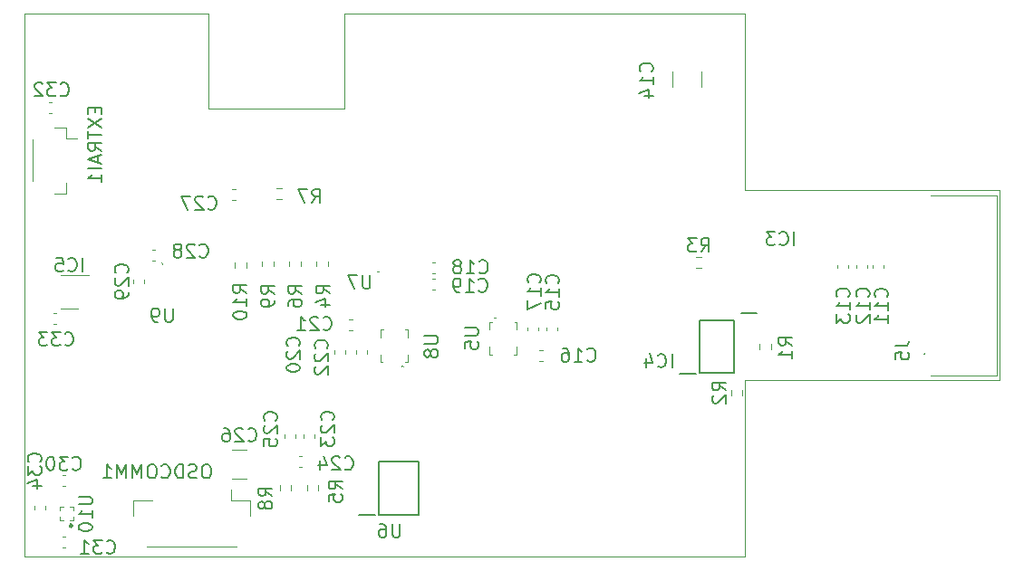
<source format=gbr>
%TF.GenerationSoftware,KiCad,Pcbnew,(7.0.0)*%
%TF.CreationDate,2024-06-17T09:17:14-04:00*%
%TF.ProjectId,BRGRavionics2.4.1,42524752-6176-4696-9f6e-696373322e34,rev?*%
%TF.SameCoordinates,PX429d390PY9157080*%
%TF.FileFunction,Legend,Bot*%
%TF.FilePolarity,Positive*%
%FSLAX46Y46*%
G04 Gerber Fmt 4.6, Leading zero omitted, Abs format (unit mm)*
G04 Created by KiCad (PCBNEW (7.0.0)) date 2024-06-17 09:17:14*
%MOMM*%
%LPD*%
G01*
G04 APERTURE LIST*
%ADD10C,0.203200*%
%ADD11C,0.120000*%
%ADD12C,0.100000*%
%ADD13C,0.200000*%
%ADD14C,0.250000*%
%TA.AperFunction,Profile*%
%ADD15C,0.025400*%
%TD*%
%TA.AperFunction,Profile*%
%ADD16C,0.100000*%
%TD*%
G04 APERTURE END LIST*
D10*
%TO.C,R6*%
X25891973Y24595667D02*
X25287211Y25019001D01*
X25891973Y25321382D02*
X24621973Y25321382D01*
X24621973Y25321382D02*
X24621973Y24837572D01*
X24621973Y24837572D02*
X24682450Y24716620D01*
X24682450Y24716620D02*
X24742926Y24656143D01*
X24742926Y24656143D02*
X24863878Y24595667D01*
X24863878Y24595667D02*
X25045307Y24595667D01*
X25045307Y24595667D02*
X25166259Y24656143D01*
X25166259Y24656143D02*
X25226735Y24716620D01*
X25226735Y24716620D02*
X25287211Y24837572D01*
X25287211Y24837572D02*
X25287211Y25321382D01*
X24621973Y23507096D02*
X24621973Y23749001D01*
X24621973Y23749001D02*
X24682450Y23869953D01*
X24682450Y23869953D02*
X24742926Y23930429D01*
X24742926Y23930429D02*
X24924354Y24051382D01*
X24924354Y24051382D02*
X25166259Y24111858D01*
X25166259Y24111858D02*
X25650069Y24111858D01*
X25650069Y24111858D02*
X25771021Y24051382D01*
X25771021Y24051382D02*
X25831497Y23990905D01*
X25831497Y23990905D02*
X25891973Y23869953D01*
X25891973Y23869953D02*
X25891973Y23628048D01*
X25891973Y23628048D02*
X25831497Y23507096D01*
X25831497Y23507096D02*
X25771021Y23446620D01*
X25771021Y23446620D02*
X25650069Y23386143D01*
X25650069Y23386143D02*
X25347688Y23386143D01*
X25347688Y23386143D02*
X25226735Y23446620D01*
X25226735Y23446620D02*
X25166259Y23507096D01*
X25166259Y23507096D02*
X25105783Y23628048D01*
X25105783Y23628048D02*
X25105783Y23869953D01*
X25105783Y23869953D02*
X25166259Y23990905D01*
X25166259Y23990905D02*
X25226735Y24051382D01*
X25226735Y24051382D02*
X25347688Y24111858D01*
%TO.C,C16*%
X52581628Y18374179D02*
X52642104Y18313703D01*
X52642104Y18313703D02*
X52823533Y18253227D01*
X52823533Y18253227D02*
X52944485Y18253227D01*
X52944485Y18253227D02*
X53125914Y18313703D01*
X53125914Y18313703D02*
X53246866Y18434655D01*
X53246866Y18434655D02*
X53307343Y18555608D01*
X53307343Y18555608D02*
X53367819Y18797512D01*
X53367819Y18797512D02*
X53367819Y18978941D01*
X53367819Y18978941D02*
X53307343Y19220846D01*
X53307343Y19220846D02*
X53246866Y19341798D01*
X53246866Y19341798D02*
X53125914Y19462750D01*
X53125914Y19462750D02*
X52944485Y19523227D01*
X52944485Y19523227D02*
X52823533Y19523227D01*
X52823533Y19523227D02*
X52642104Y19462750D01*
X52642104Y19462750D02*
X52581628Y19402274D01*
X51372104Y18253227D02*
X52097819Y18253227D01*
X51734962Y18253227D02*
X51734962Y19523227D01*
X51734962Y19523227D02*
X51855914Y19341798D01*
X51855914Y19341798D02*
X51976866Y19220846D01*
X51976866Y19220846D02*
X52097819Y19160370D01*
X50283533Y19523227D02*
X50525438Y19523227D01*
X50525438Y19523227D02*
X50646390Y19462750D01*
X50646390Y19462750D02*
X50706866Y19402274D01*
X50706866Y19402274D02*
X50827819Y19220846D01*
X50827819Y19220846D02*
X50888295Y18978941D01*
X50888295Y18978941D02*
X50888295Y18495131D01*
X50888295Y18495131D02*
X50827819Y18374179D01*
X50827819Y18374179D02*
X50767342Y18313703D01*
X50767342Y18313703D02*
X50646390Y18253227D01*
X50646390Y18253227D02*
X50404485Y18253227D01*
X50404485Y18253227D02*
X50283533Y18313703D01*
X50283533Y18313703D02*
X50223057Y18374179D01*
X50223057Y18374179D02*
X50162580Y18495131D01*
X50162580Y18495131D02*
X50162580Y18797512D01*
X50162580Y18797512D02*
X50223057Y18918465D01*
X50223057Y18918465D02*
X50283533Y18978941D01*
X50283533Y18978941D02*
X50404485Y19039417D01*
X50404485Y19039417D02*
X50646390Y19039417D01*
X50646390Y19039417D02*
X50767342Y18978941D01*
X50767342Y18978941D02*
X50827819Y18918465D01*
X50827819Y18918465D02*
X50888295Y18797512D01*
%TO.C,C17*%
X48123021Y25657629D02*
X48183497Y25718105D01*
X48183497Y25718105D02*
X48243973Y25899534D01*
X48243973Y25899534D02*
X48243973Y26020486D01*
X48243973Y26020486D02*
X48183497Y26201915D01*
X48183497Y26201915D02*
X48062545Y26322867D01*
X48062545Y26322867D02*
X47941592Y26383344D01*
X47941592Y26383344D02*
X47699688Y26443820D01*
X47699688Y26443820D02*
X47518259Y26443820D01*
X47518259Y26443820D02*
X47276354Y26383344D01*
X47276354Y26383344D02*
X47155402Y26322867D01*
X47155402Y26322867D02*
X47034450Y26201915D01*
X47034450Y26201915D02*
X46973973Y26020486D01*
X46973973Y26020486D02*
X46973973Y25899534D01*
X46973973Y25899534D02*
X47034450Y25718105D01*
X47034450Y25718105D02*
X47094926Y25657629D01*
X48243973Y24448105D02*
X48243973Y25173820D01*
X48243973Y24810963D02*
X46973973Y24810963D01*
X46973973Y24810963D02*
X47155402Y24931915D01*
X47155402Y24931915D02*
X47276354Y25052867D01*
X47276354Y25052867D02*
X47336830Y25173820D01*
X46973973Y24024772D02*
X46973973Y23178105D01*
X46973973Y23178105D02*
X48243973Y23722391D01*
%TO.C,C32*%
X3356428Y43215379D02*
X3416904Y43154903D01*
X3416904Y43154903D02*
X3598333Y43094427D01*
X3598333Y43094427D02*
X3719285Y43094427D01*
X3719285Y43094427D02*
X3900714Y43154903D01*
X3900714Y43154903D02*
X4021666Y43275855D01*
X4021666Y43275855D02*
X4082143Y43396808D01*
X4082143Y43396808D02*
X4142619Y43638712D01*
X4142619Y43638712D02*
X4142619Y43820141D01*
X4142619Y43820141D02*
X4082143Y44062046D01*
X4082143Y44062046D02*
X4021666Y44182998D01*
X4021666Y44182998D02*
X3900714Y44303950D01*
X3900714Y44303950D02*
X3719285Y44364427D01*
X3719285Y44364427D02*
X3598333Y44364427D01*
X3598333Y44364427D02*
X3416904Y44303950D01*
X3416904Y44303950D02*
X3356428Y44243474D01*
X2933095Y44364427D02*
X2146904Y44364427D01*
X2146904Y44364427D02*
X2570238Y43880617D01*
X2570238Y43880617D02*
X2388809Y43880617D01*
X2388809Y43880617D02*
X2267857Y43820141D01*
X2267857Y43820141D02*
X2207381Y43759665D01*
X2207381Y43759665D02*
X2146904Y43638712D01*
X2146904Y43638712D02*
X2146904Y43336331D01*
X2146904Y43336331D02*
X2207381Y43215379D01*
X2207381Y43215379D02*
X2267857Y43154903D01*
X2267857Y43154903D02*
X2388809Y43094427D01*
X2388809Y43094427D02*
X2751666Y43094427D01*
X2751666Y43094427D02*
X2872619Y43154903D01*
X2872619Y43154903D02*
X2933095Y43215379D01*
X1663095Y44243474D02*
X1602619Y44303950D01*
X1602619Y44303950D02*
X1481666Y44364427D01*
X1481666Y44364427D02*
X1179285Y44364427D01*
X1179285Y44364427D02*
X1058333Y44303950D01*
X1058333Y44303950D02*
X997857Y44243474D01*
X997857Y44243474D02*
X937380Y44122522D01*
X937380Y44122522D02*
X937380Y44001570D01*
X937380Y44001570D02*
X997857Y43820141D01*
X997857Y43820141D02*
X1723571Y43094427D01*
X1723571Y43094427D02*
X937380Y43094427D01*
%TO.C,C29*%
X9583621Y26597429D02*
X9644097Y26657905D01*
X9644097Y26657905D02*
X9704573Y26839334D01*
X9704573Y26839334D02*
X9704573Y26960286D01*
X9704573Y26960286D02*
X9644097Y27141715D01*
X9644097Y27141715D02*
X9523145Y27262667D01*
X9523145Y27262667D02*
X9402192Y27323144D01*
X9402192Y27323144D02*
X9160288Y27383620D01*
X9160288Y27383620D02*
X8978859Y27383620D01*
X8978859Y27383620D02*
X8736954Y27323144D01*
X8736954Y27323144D02*
X8616002Y27262667D01*
X8616002Y27262667D02*
X8495050Y27141715D01*
X8495050Y27141715D02*
X8434573Y26960286D01*
X8434573Y26960286D02*
X8434573Y26839334D01*
X8434573Y26839334D02*
X8495050Y26657905D01*
X8495050Y26657905D02*
X8555526Y26597429D01*
X8555526Y26113620D02*
X8495050Y26053144D01*
X8495050Y26053144D02*
X8434573Y25932191D01*
X8434573Y25932191D02*
X8434573Y25629810D01*
X8434573Y25629810D02*
X8495050Y25508858D01*
X8495050Y25508858D02*
X8555526Y25448382D01*
X8555526Y25448382D02*
X8676478Y25387905D01*
X8676478Y25387905D02*
X8797430Y25387905D01*
X8797430Y25387905D02*
X8978859Y25448382D01*
X8978859Y25448382D02*
X9704573Y26174096D01*
X9704573Y26174096D02*
X9704573Y25387905D01*
X9704573Y24783143D02*
X9704573Y24541239D01*
X9704573Y24541239D02*
X9644097Y24420286D01*
X9644097Y24420286D02*
X9583621Y24359810D01*
X9583621Y24359810D02*
X9402192Y24238858D01*
X9402192Y24238858D02*
X9160288Y24178381D01*
X9160288Y24178381D02*
X8676478Y24178381D01*
X8676478Y24178381D02*
X8555526Y24238858D01*
X8555526Y24238858D02*
X8495050Y24299334D01*
X8495050Y24299334D02*
X8434573Y24420286D01*
X8434573Y24420286D02*
X8434573Y24662191D01*
X8434573Y24662191D02*
X8495050Y24783143D01*
X8495050Y24783143D02*
X8555526Y24843620D01*
X8555526Y24843620D02*
X8676478Y24904096D01*
X8676478Y24904096D02*
X8978859Y24904096D01*
X8978859Y24904096D02*
X9099811Y24843620D01*
X9099811Y24843620D02*
X9160288Y24783143D01*
X9160288Y24783143D02*
X9220764Y24662191D01*
X9220764Y24662191D02*
X9220764Y24420286D01*
X9220764Y24420286D02*
X9160288Y24299334D01*
X9160288Y24299334D02*
X9099811Y24238858D01*
X9099811Y24238858D02*
X8978859Y24178381D01*
%TO.C,OSDCOMM1*%
X17112343Y8626627D02*
X16870438Y8626627D01*
X16870438Y8626627D02*
X16749486Y8566150D01*
X16749486Y8566150D02*
X16628533Y8445198D01*
X16628533Y8445198D02*
X16568057Y8203293D01*
X16568057Y8203293D02*
X16568057Y7779960D01*
X16568057Y7779960D02*
X16628533Y7538055D01*
X16628533Y7538055D02*
X16749486Y7417103D01*
X16749486Y7417103D02*
X16870438Y7356627D01*
X16870438Y7356627D02*
X17112343Y7356627D01*
X17112343Y7356627D02*
X17233295Y7417103D01*
X17233295Y7417103D02*
X17354248Y7538055D01*
X17354248Y7538055D02*
X17414724Y7779960D01*
X17414724Y7779960D02*
X17414724Y8203293D01*
X17414724Y8203293D02*
X17354248Y8445198D01*
X17354248Y8445198D02*
X17233295Y8566150D01*
X17233295Y8566150D02*
X17112343Y8626627D01*
X16084248Y7417103D02*
X15902819Y7356627D01*
X15902819Y7356627D02*
X15600438Y7356627D01*
X15600438Y7356627D02*
X15479486Y7417103D01*
X15479486Y7417103D02*
X15419010Y7477579D01*
X15419010Y7477579D02*
X15358533Y7598531D01*
X15358533Y7598531D02*
X15358533Y7719484D01*
X15358533Y7719484D02*
X15419010Y7840436D01*
X15419010Y7840436D02*
X15479486Y7900912D01*
X15479486Y7900912D02*
X15600438Y7961389D01*
X15600438Y7961389D02*
X15842343Y8021865D01*
X15842343Y8021865D02*
X15963295Y8082341D01*
X15963295Y8082341D02*
X16023772Y8142817D01*
X16023772Y8142817D02*
X16084248Y8263770D01*
X16084248Y8263770D02*
X16084248Y8384722D01*
X16084248Y8384722D02*
X16023772Y8505674D01*
X16023772Y8505674D02*
X15963295Y8566150D01*
X15963295Y8566150D02*
X15842343Y8626627D01*
X15842343Y8626627D02*
X15539962Y8626627D01*
X15539962Y8626627D02*
X15358533Y8566150D01*
X14814248Y7356627D02*
X14814248Y8626627D01*
X14814248Y8626627D02*
X14511867Y8626627D01*
X14511867Y8626627D02*
X14330438Y8566150D01*
X14330438Y8566150D02*
X14209486Y8445198D01*
X14209486Y8445198D02*
X14149009Y8324246D01*
X14149009Y8324246D02*
X14088533Y8082341D01*
X14088533Y8082341D02*
X14088533Y7900912D01*
X14088533Y7900912D02*
X14149009Y7659008D01*
X14149009Y7659008D02*
X14209486Y7538055D01*
X14209486Y7538055D02*
X14330438Y7417103D01*
X14330438Y7417103D02*
X14511867Y7356627D01*
X14511867Y7356627D02*
X14814248Y7356627D01*
X12818533Y7477579D02*
X12879009Y7417103D01*
X12879009Y7417103D02*
X13060438Y7356627D01*
X13060438Y7356627D02*
X13181390Y7356627D01*
X13181390Y7356627D02*
X13362819Y7417103D01*
X13362819Y7417103D02*
X13483771Y7538055D01*
X13483771Y7538055D02*
X13544248Y7659008D01*
X13544248Y7659008D02*
X13604724Y7900912D01*
X13604724Y7900912D02*
X13604724Y8082341D01*
X13604724Y8082341D02*
X13544248Y8324246D01*
X13544248Y8324246D02*
X13483771Y8445198D01*
X13483771Y8445198D02*
X13362819Y8566150D01*
X13362819Y8566150D02*
X13181390Y8626627D01*
X13181390Y8626627D02*
X13060438Y8626627D01*
X13060438Y8626627D02*
X12879009Y8566150D01*
X12879009Y8566150D02*
X12818533Y8505674D01*
X12032343Y8626627D02*
X11790438Y8626627D01*
X11790438Y8626627D02*
X11669486Y8566150D01*
X11669486Y8566150D02*
X11548533Y8445198D01*
X11548533Y8445198D02*
X11488057Y8203293D01*
X11488057Y8203293D02*
X11488057Y7779960D01*
X11488057Y7779960D02*
X11548533Y7538055D01*
X11548533Y7538055D02*
X11669486Y7417103D01*
X11669486Y7417103D02*
X11790438Y7356627D01*
X11790438Y7356627D02*
X12032343Y7356627D01*
X12032343Y7356627D02*
X12153295Y7417103D01*
X12153295Y7417103D02*
X12274248Y7538055D01*
X12274248Y7538055D02*
X12334724Y7779960D01*
X12334724Y7779960D02*
X12334724Y8203293D01*
X12334724Y8203293D02*
X12274248Y8445198D01*
X12274248Y8445198D02*
X12153295Y8566150D01*
X12153295Y8566150D02*
X12032343Y8626627D01*
X10943772Y7356627D02*
X10943772Y8626627D01*
X10943772Y8626627D02*
X10520438Y7719484D01*
X10520438Y7719484D02*
X10097105Y8626627D01*
X10097105Y8626627D02*
X10097105Y7356627D01*
X9492343Y7356627D02*
X9492343Y8626627D01*
X9492343Y8626627D02*
X9069009Y7719484D01*
X9069009Y7719484D02*
X8645676Y8626627D01*
X8645676Y8626627D02*
X8645676Y7356627D01*
X7375675Y7356627D02*
X8101390Y7356627D01*
X7738533Y7356627D02*
X7738533Y8626627D01*
X7738533Y8626627D02*
X7859485Y8445198D01*
X7859485Y8445198D02*
X7980437Y8324246D01*
X7980437Y8324246D02*
X8101390Y8263770D01*
%TO.C,J5*%
X81365573Y19727333D02*
X82272716Y19727333D01*
X82272716Y19727333D02*
X82454145Y19787810D01*
X82454145Y19787810D02*
X82575097Y19908762D01*
X82575097Y19908762D02*
X82635573Y20090191D01*
X82635573Y20090191D02*
X82635573Y20211143D01*
X81365573Y18517810D02*
X81365573Y19122572D01*
X81365573Y19122572D02*
X81970335Y19183048D01*
X81970335Y19183048D02*
X81909859Y19122572D01*
X81909859Y19122572D02*
X81849383Y19001619D01*
X81849383Y19001619D02*
X81849383Y18699238D01*
X81849383Y18699238D02*
X81909859Y18578286D01*
X81909859Y18578286D02*
X81970335Y18517810D01*
X81970335Y18517810D02*
X82091288Y18457333D01*
X82091288Y18457333D02*
X82393669Y18457333D01*
X82393669Y18457333D02*
X82514621Y18517810D01*
X82514621Y18517810D02*
X82575097Y18578286D01*
X82575097Y18578286D02*
X82635573Y18699238D01*
X82635573Y18699238D02*
X82635573Y19001619D01*
X82635573Y19001619D02*
X82575097Y19122572D01*
X82575097Y19122572D02*
X82514621Y19183048D01*
%TO.C,R10*%
X20761173Y24667029D02*
X20156411Y25090363D01*
X20761173Y25392744D02*
X19491173Y25392744D01*
X19491173Y25392744D02*
X19491173Y24908934D01*
X19491173Y24908934D02*
X19551650Y24787982D01*
X19551650Y24787982D02*
X19612126Y24727505D01*
X19612126Y24727505D02*
X19733078Y24667029D01*
X19733078Y24667029D02*
X19914507Y24667029D01*
X19914507Y24667029D02*
X20035459Y24727505D01*
X20035459Y24727505D02*
X20095935Y24787982D01*
X20095935Y24787982D02*
X20156411Y24908934D01*
X20156411Y24908934D02*
X20156411Y25392744D01*
X20761173Y23457505D02*
X20761173Y24183220D01*
X20761173Y23820363D02*
X19491173Y23820363D01*
X19491173Y23820363D02*
X19672602Y23941315D01*
X19672602Y23941315D02*
X19793554Y24062267D01*
X19793554Y24062267D02*
X19854030Y24183220D01*
X19491173Y22671315D02*
X19491173Y22550362D01*
X19491173Y22550362D02*
X19551650Y22429410D01*
X19551650Y22429410D02*
X19612126Y22368934D01*
X19612126Y22368934D02*
X19733078Y22308458D01*
X19733078Y22308458D02*
X19974983Y22247981D01*
X19974983Y22247981D02*
X20277364Y22247981D01*
X20277364Y22247981D02*
X20519269Y22308458D01*
X20519269Y22308458D02*
X20640221Y22368934D01*
X20640221Y22368934D02*
X20700697Y22429410D01*
X20700697Y22429410D02*
X20761173Y22550362D01*
X20761173Y22550362D02*
X20761173Y22671315D01*
X20761173Y22671315D02*
X20700697Y22792267D01*
X20700697Y22792267D02*
X20640221Y22852743D01*
X20640221Y22852743D02*
X20519269Y22913220D01*
X20519269Y22913220D02*
X20277364Y22973696D01*
X20277364Y22973696D02*
X19974983Y22973696D01*
X19974983Y22973696D02*
X19733078Y22913220D01*
X19733078Y22913220D02*
X19612126Y22852743D01*
X19612126Y22852743D02*
X19551650Y22792267D01*
X19551650Y22792267D02*
X19491173Y22671315D01*
%TO.C,C23*%
X28819021Y12805229D02*
X28879497Y12865705D01*
X28879497Y12865705D02*
X28939973Y13047134D01*
X28939973Y13047134D02*
X28939973Y13168086D01*
X28939973Y13168086D02*
X28879497Y13349515D01*
X28879497Y13349515D02*
X28758545Y13470467D01*
X28758545Y13470467D02*
X28637592Y13530944D01*
X28637592Y13530944D02*
X28395688Y13591420D01*
X28395688Y13591420D02*
X28214259Y13591420D01*
X28214259Y13591420D02*
X27972354Y13530944D01*
X27972354Y13530944D02*
X27851402Y13470467D01*
X27851402Y13470467D02*
X27730450Y13349515D01*
X27730450Y13349515D02*
X27669973Y13168086D01*
X27669973Y13168086D02*
X27669973Y13047134D01*
X27669973Y13047134D02*
X27730450Y12865705D01*
X27730450Y12865705D02*
X27790926Y12805229D01*
X27790926Y12321420D02*
X27730450Y12260944D01*
X27730450Y12260944D02*
X27669973Y12139991D01*
X27669973Y12139991D02*
X27669973Y11837610D01*
X27669973Y11837610D02*
X27730450Y11716658D01*
X27730450Y11716658D02*
X27790926Y11656182D01*
X27790926Y11656182D02*
X27911878Y11595705D01*
X27911878Y11595705D02*
X28032830Y11595705D01*
X28032830Y11595705D02*
X28214259Y11656182D01*
X28214259Y11656182D02*
X28939973Y12381896D01*
X28939973Y12381896D02*
X28939973Y11595705D01*
X27669973Y11172372D02*
X27669973Y10386181D01*
X27669973Y10386181D02*
X28153783Y10809515D01*
X28153783Y10809515D02*
X28153783Y10628086D01*
X28153783Y10628086D02*
X28214259Y10507134D01*
X28214259Y10507134D02*
X28274735Y10446658D01*
X28274735Y10446658D02*
X28395688Y10386181D01*
X28395688Y10386181D02*
X28698069Y10386181D01*
X28698069Y10386181D02*
X28819021Y10446658D01*
X28819021Y10446658D02*
X28879497Y10507134D01*
X28879497Y10507134D02*
X28939973Y10628086D01*
X28939973Y10628086D02*
X28939973Y10990943D01*
X28939973Y10990943D02*
X28879497Y11111896D01*
X28879497Y11111896D02*
X28819021Y11172372D01*
%TO.C,C31*%
X7674428Y416379D02*
X7734904Y355903D01*
X7734904Y355903D02*
X7916333Y295427D01*
X7916333Y295427D02*
X8037285Y295427D01*
X8037285Y295427D02*
X8218714Y355903D01*
X8218714Y355903D02*
X8339666Y476855D01*
X8339666Y476855D02*
X8400143Y597808D01*
X8400143Y597808D02*
X8460619Y839712D01*
X8460619Y839712D02*
X8460619Y1021141D01*
X8460619Y1021141D02*
X8400143Y1263046D01*
X8400143Y1263046D02*
X8339666Y1383998D01*
X8339666Y1383998D02*
X8218714Y1504950D01*
X8218714Y1504950D02*
X8037285Y1565427D01*
X8037285Y1565427D02*
X7916333Y1565427D01*
X7916333Y1565427D02*
X7734904Y1504950D01*
X7734904Y1504950D02*
X7674428Y1444474D01*
X7251095Y1565427D02*
X6464904Y1565427D01*
X6464904Y1565427D02*
X6888238Y1081617D01*
X6888238Y1081617D02*
X6706809Y1081617D01*
X6706809Y1081617D02*
X6585857Y1021141D01*
X6585857Y1021141D02*
X6525381Y960665D01*
X6525381Y960665D02*
X6464904Y839712D01*
X6464904Y839712D02*
X6464904Y537331D01*
X6464904Y537331D02*
X6525381Y416379D01*
X6525381Y416379D02*
X6585857Y355903D01*
X6585857Y355903D02*
X6706809Y295427D01*
X6706809Y295427D02*
X7069666Y295427D01*
X7069666Y295427D02*
X7190619Y355903D01*
X7190619Y355903D02*
X7251095Y416379D01*
X5255380Y295427D02*
X5981095Y295427D01*
X5618238Y295427D02*
X5618238Y1565427D01*
X5618238Y1565427D02*
X5739190Y1383998D01*
X5739190Y1383998D02*
X5860142Y1263046D01*
X5860142Y1263046D02*
X5981095Y1202570D01*
%TO.C,R5*%
X29676573Y6358467D02*
X29071811Y6781801D01*
X29676573Y7084182D02*
X28406573Y7084182D01*
X28406573Y7084182D02*
X28406573Y6600372D01*
X28406573Y6600372D02*
X28467050Y6479420D01*
X28467050Y6479420D02*
X28527526Y6418943D01*
X28527526Y6418943D02*
X28648478Y6358467D01*
X28648478Y6358467D02*
X28829907Y6358467D01*
X28829907Y6358467D02*
X28950859Y6418943D01*
X28950859Y6418943D02*
X29011335Y6479420D01*
X29011335Y6479420D02*
X29071811Y6600372D01*
X29071811Y6600372D02*
X29071811Y7084182D01*
X28406573Y5209420D02*
X28406573Y5814182D01*
X28406573Y5814182D02*
X29011335Y5874658D01*
X29011335Y5874658D02*
X28950859Y5814182D01*
X28950859Y5814182D02*
X28890383Y5693229D01*
X28890383Y5693229D02*
X28890383Y5390848D01*
X28890383Y5390848D02*
X28950859Y5269896D01*
X28950859Y5269896D02*
X29011335Y5209420D01*
X29011335Y5209420D02*
X29132288Y5148943D01*
X29132288Y5148943D02*
X29434669Y5148943D01*
X29434669Y5148943D02*
X29555621Y5209420D01*
X29555621Y5209420D02*
X29616097Y5269896D01*
X29616097Y5269896D02*
X29676573Y5390848D01*
X29676573Y5390848D02*
X29676573Y5693229D01*
X29676573Y5693229D02*
X29616097Y5814182D01*
X29616097Y5814182D02*
X29555621Y5874658D01*
%TO.C,IC5*%
X5430762Y26698427D02*
X5430762Y27968427D01*
X4100285Y26819379D02*
X4160761Y26758903D01*
X4160761Y26758903D02*
X4342190Y26698427D01*
X4342190Y26698427D02*
X4463142Y26698427D01*
X4463142Y26698427D02*
X4644571Y26758903D01*
X4644571Y26758903D02*
X4765523Y26879855D01*
X4765523Y26879855D02*
X4826000Y27000808D01*
X4826000Y27000808D02*
X4886476Y27242712D01*
X4886476Y27242712D02*
X4886476Y27424141D01*
X4886476Y27424141D02*
X4826000Y27666046D01*
X4826000Y27666046D02*
X4765523Y27786998D01*
X4765523Y27786998D02*
X4644571Y27907950D01*
X4644571Y27907950D02*
X4463142Y27968427D01*
X4463142Y27968427D02*
X4342190Y27968427D01*
X4342190Y27968427D02*
X4160761Y27907950D01*
X4160761Y27907950D02*
X4100285Y27847474D01*
X2951238Y27968427D02*
X3556000Y27968427D01*
X3556000Y27968427D02*
X3616476Y27363665D01*
X3616476Y27363665D02*
X3556000Y27424141D01*
X3556000Y27424141D02*
X3435047Y27484617D01*
X3435047Y27484617D02*
X3132666Y27484617D01*
X3132666Y27484617D02*
X3011714Y27424141D01*
X3011714Y27424141D02*
X2951238Y27363665D01*
X2951238Y27363665D02*
X2890761Y27242712D01*
X2890761Y27242712D02*
X2890761Y26940331D01*
X2890761Y26940331D02*
X2951238Y26819379D01*
X2951238Y26819379D02*
X3011714Y26758903D01*
X3011714Y26758903D02*
X3132666Y26698427D01*
X3132666Y26698427D02*
X3435047Y26698427D01*
X3435047Y26698427D02*
X3556000Y26758903D01*
X3556000Y26758903D02*
X3616476Y26819379D01*
%TO.C,C13*%
X76977421Y24336829D02*
X77037897Y24397305D01*
X77037897Y24397305D02*
X77098373Y24578734D01*
X77098373Y24578734D02*
X77098373Y24699686D01*
X77098373Y24699686D02*
X77037897Y24881115D01*
X77037897Y24881115D02*
X76916945Y25002067D01*
X76916945Y25002067D02*
X76795992Y25062544D01*
X76795992Y25062544D02*
X76554088Y25123020D01*
X76554088Y25123020D02*
X76372659Y25123020D01*
X76372659Y25123020D02*
X76130754Y25062544D01*
X76130754Y25062544D02*
X76009802Y25002067D01*
X76009802Y25002067D02*
X75888850Y24881115D01*
X75888850Y24881115D02*
X75828373Y24699686D01*
X75828373Y24699686D02*
X75828373Y24578734D01*
X75828373Y24578734D02*
X75888850Y24397305D01*
X75888850Y24397305D02*
X75949326Y24336829D01*
X77098373Y23127305D02*
X77098373Y23853020D01*
X77098373Y23490163D02*
X75828373Y23490163D01*
X75828373Y23490163D02*
X76009802Y23611115D01*
X76009802Y23611115D02*
X76130754Y23732067D01*
X76130754Y23732067D02*
X76191230Y23853020D01*
X75828373Y22703972D02*
X75828373Y21917781D01*
X75828373Y21917781D02*
X76312183Y22341115D01*
X76312183Y22341115D02*
X76312183Y22159686D01*
X76312183Y22159686D02*
X76372659Y22038734D01*
X76372659Y22038734D02*
X76433135Y21978258D01*
X76433135Y21978258D02*
X76554088Y21917781D01*
X76554088Y21917781D02*
X76856469Y21917781D01*
X76856469Y21917781D02*
X76977421Y21978258D01*
X76977421Y21978258D02*
X77037897Y22038734D01*
X77037897Y22038734D02*
X77098373Y22159686D01*
X77098373Y22159686D02*
X77098373Y22522543D01*
X77098373Y22522543D02*
X77037897Y22643496D01*
X77037897Y22643496D02*
X76977421Y22703972D01*
%TO.C,C20*%
X25618621Y19739429D02*
X25679097Y19799905D01*
X25679097Y19799905D02*
X25739573Y19981334D01*
X25739573Y19981334D02*
X25739573Y20102286D01*
X25739573Y20102286D02*
X25679097Y20283715D01*
X25679097Y20283715D02*
X25558145Y20404667D01*
X25558145Y20404667D02*
X25437192Y20465144D01*
X25437192Y20465144D02*
X25195288Y20525620D01*
X25195288Y20525620D02*
X25013859Y20525620D01*
X25013859Y20525620D02*
X24771954Y20465144D01*
X24771954Y20465144D02*
X24651002Y20404667D01*
X24651002Y20404667D02*
X24530050Y20283715D01*
X24530050Y20283715D02*
X24469573Y20102286D01*
X24469573Y20102286D02*
X24469573Y19981334D01*
X24469573Y19981334D02*
X24530050Y19799905D01*
X24530050Y19799905D02*
X24590526Y19739429D01*
X24590526Y19255620D02*
X24530050Y19195144D01*
X24530050Y19195144D02*
X24469573Y19074191D01*
X24469573Y19074191D02*
X24469573Y18771810D01*
X24469573Y18771810D02*
X24530050Y18650858D01*
X24530050Y18650858D02*
X24590526Y18590382D01*
X24590526Y18590382D02*
X24711478Y18529905D01*
X24711478Y18529905D02*
X24832430Y18529905D01*
X24832430Y18529905D02*
X25013859Y18590382D01*
X25013859Y18590382D02*
X25739573Y19316096D01*
X25739573Y19316096D02*
X25739573Y18529905D01*
X24469573Y17743715D02*
X24469573Y17622762D01*
X24469573Y17622762D02*
X24530050Y17501810D01*
X24530050Y17501810D02*
X24590526Y17441334D01*
X24590526Y17441334D02*
X24711478Y17380858D01*
X24711478Y17380858D02*
X24953383Y17320381D01*
X24953383Y17320381D02*
X25255764Y17320381D01*
X25255764Y17320381D02*
X25497669Y17380858D01*
X25497669Y17380858D02*
X25618621Y17441334D01*
X25618621Y17441334D02*
X25679097Y17501810D01*
X25679097Y17501810D02*
X25739573Y17622762D01*
X25739573Y17622762D02*
X25739573Y17743715D01*
X25739573Y17743715D02*
X25679097Y17864667D01*
X25679097Y17864667D02*
X25618621Y17925143D01*
X25618621Y17925143D02*
X25497669Y17985620D01*
X25497669Y17985620D02*
X25255764Y18046096D01*
X25255764Y18046096D02*
X24953383Y18046096D01*
X24953383Y18046096D02*
X24711478Y17985620D01*
X24711478Y17985620D02*
X24590526Y17925143D01*
X24590526Y17925143D02*
X24530050Y17864667D01*
X24530050Y17864667D02*
X24469573Y17743715D01*
%TO.C,C18*%
X42497828Y26629179D02*
X42558304Y26568703D01*
X42558304Y26568703D02*
X42739733Y26508227D01*
X42739733Y26508227D02*
X42860685Y26508227D01*
X42860685Y26508227D02*
X43042114Y26568703D01*
X43042114Y26568703D02*
X43163066Y26689655D01*
X43163066Y26689655D02*
X43223543Y26810608D01*
X43223543Y26810608D02*
X43284019Y27052512D01*
X43284019Y27052512D02*
X43284019Y27233941D01*
X43284019Y27233941D02*
X43223543Y27475846D01*
X43223543Y27475846D02*
X43163066Y27596798D01*
X43163066Y27596798D02*
X43042114Y27717750D01*
X43042114Y27717750D02*
X42860685Y27778227D01*
X42860685Y27778227D02*
X42739733Y27778227D01*
X42739733Y27778227D02*
X42558304Y27717750D01*
X42558304Y27717750D02*
X42497828Y27657274D01*
X41288304Y26508227D02*
X42014019Y26508227D01*
X41651162Y26508227D02*
X41651162Y27778227D01*
X41651162Y27778227D02*
X41772114Y27596798D01*
X41772114Y27596798D02*
X41893066Y27475846D01*
X41893066Y27475846D02*
X42014019Y27415370D01*
X40562590Y27233941D02*
X40683542Y27294417D01*
X40683542Y27294417D02*
X40744019Y27354893D01*
X40744019Y27354893D02*
X40804495Y27475846D01*
X40804495Y27475846D02*
X40804495Y27536322D01*
X40804495Y27536322D02*
X40744019Y27657274D01*
X40744019Y27657274D02*
X40683542Y27717750D01*
X40683542Y27717750D02*
X40562590Y27778227D01*
X40562590Y27778227D02*
X40320685Y27778227D01*
X40320685Y27778227D02*
X40199733Y27717750D01*
X40199733Y27717750D02*
X40139257Y27657274D01*
X40139257Y27657274D02*
X40078780Y27536322D01*
X40078780Y27536322D02*
X40078780Y27475846D01*
X40078780Y27475846D02*
X40139257Y27354893D01*
X40139257Y27354893D02*
X40199733Y27294417D01*
X40199733Y27294417D02*
X40320685Y27233941D01*
X40320685Y27233941D02*
X40562590Y27233941D01*
X40562590Y27233941D02*
X40683542Y27173465D01*
X40683542Y27173465D02*
X40744019Y27112989D01*
X40744019Y27112989D02*
X40804495Y26992036D01*
X40804495Y26992036D02*
X40804495Y26750131D01*
X40804495Y26750131D02*
X40744019Y26629179D01*
X40744019Y26629179D02*
X40683542Y26568703D01*
X40683542Y26568703D02*
X40562590Y26508227D01*
X40562590Y26508227D02*
X40320685Y26508227D01*
X40320685Y26508227D02*
X40199733Y26568703D01*
X40199733Y26568703D02*
X40139257Y26629179D01*
X40139257Y26629179D02*
X40078780Y26750131D01*
X40078780Y26750131D02*
X40078780Y26992036D01*
X40078780Y26992036D02*
X40139257Y27112989D01*
X40139257Y27112989D02*
X40199733Y27173465D01*
X40199733Y27173465D02*
X40320685Y27233941D01*
%TO.C,C26*%
X20882428Y10906579D02*
X20942904Y10846103D01*
X20942904Y10846103D02*
X21124333Y10785627D01*
X21124333Y10785627D02*
X21245285Y10785627D01*
X21245285Y10785627D02*
X21426714Y10846103D01*
X21426714Y10846103D02*
X21547666Y10967055D01*
X21547666Y10967055D02*
X21608143Y11088008D01*
X21608143Y11088008D02*
X21668619Y11329912D01*
X21668619Y11329912D02*
X21668619Y11511341D01*
X21668619Y11511341D02*
X21608143Y11753246D01*
X21608143Y11753246D02*
X21547666Y11874198D01*
X21547666Y11874198D02*
X21426714Y11995150D01*
X21426714Y11995150D02*
X21245285Y12055627D01*
X21245285Y12055627D02*
X21124333Y12055627D01*
X21124333Y12055627D02*
X20942904Y11995150D01*
X20942904Y11995150D02*
X20882428Y11934674D01*
X20398619Y11934674D02*
X20338143Y11995150D01*
X20338143Y11995150D02*
X20217190Y12055627D01*
X20217190Y12055627D02*
X19914809Y12055627D01*
X19914809Y12055627D02*
X19793857Y11995150D01*
X19793857Y11995150D02*
X19733381Y11934674D01*
X19733381Y11934674D02*
X19672904Y11813722D01*
X19672904Y11813722D02*
X19672904Y11692770D01*
X19672904Y11692770D02*
X19733381Y11511341D01*
X19733381Y11511341D02*
X20459095Y10785627D01*
X20459095Y10785627D02*
X19672904Y10785627D01*
X18584333Y12055627D02*
X18826238Y12055627D01*
X18826238Y12055627D02*
X18947190Y11995150D01*
X18947190Y11995150D02*
X19007666Y11934674D01*
X19007666Y11934674D02*
X19128619Y11753246D01*
X19128619Y11753246D02*
X19189095Y11511341D01*
X19189095Y11511341D02*
X19189095Y11027531D01*
X19189095Y11027531D02*
X19128619Y10906579D01*
X19128619Y10906579D02*
X19068142Y10846103D01*
X19068142Y10846103D02*
X18947190Y10785627D01*
X18947190Y10785627D02*
X18705285Y10785627D01*
X18705285Y10785627D02*
X18584333Y10846103D01*
X18584333Y10846103D02*
X18523857Y10906579D01*
X18523857Y10906579D02*
X18463380Y11027531D01*
X18463380Y11027531D02*
X18463380Y11329912D01*
X18463380Y11329912D02*
X18523857Y11450865D01*
X18523857Y11450865D02*
X18584333Y11511341D01*
X18584333Y11511341D02*
X18705285Y11571817D01*
X18705285Y11571817D02*
X18947190Y11571817D01*
X18947190Y11571817D02*
X19068142Y11511341D01*
X19068142Y11511341D02*
X19128619Y11450865D01*
X19128619Y11450865D02*
X19189095Y11329912D01*
%TO.C,C24*%
X29924828Y8239579D02*
X29985304Y8179103D01*
X29985304Y8179103D02*
X30166733Y8118627D01*
X30166733Y8118627D02*
X30287685Y8118627D01*
X30287685Y8118627D02*
X30469114Y8179103D01*
X30469114Y8179103D02*
X30590066Y8300055D01*
X30590066Y8300055D02*
X30650543Y8421008D01*
X30650543Y8421008D02*
X30711019Y8662912D01*
X30711019Y8662912D02*
X30711019Y8844341D01*
X30711019Y8844341D02*
X30650543Y9086246D01*
X30650543Y9086246D02*
X30590066Y9207198D01*
X30590066Y9207198D02*
X30469114Y9328150D01*
X30469114Y9328150D02*
X30287685Y9388627D01*
X30287685Y9388627D02*
X30166733Y9388627D01*
X30166733Y9388627D02*
X29985304Y9328150D01*
X29985304Y9328150D02*
X29924828Y9267674D01*
X29441019Y9267674D02*
X29380543Y9328150D01*
X29380543Y9328150D02*
X29259590Y9388627D01*
X29259590Y9388627D02*
X28957209Y9388627D01*
X28957209Y9388627D02*
X28836257Y9328150D01*
X28836257Y9328150D02*
X28775781Y9267674D01*
X28775781Y9267674D02*
X28715304Y9146722D01*
X28715304Y9146722D02*
X28715304Y9025770D01*
X28715304Y9025770D02*
X28775781Y8844341D01*
X28775781Y8844341D02*
X29501495Y8118627D01*
X29501495Y8118627D02*
X28715304Y8118627D01*
X27626733Y8965293D02*
X27626733Y8118627D01*
X27929114Y9449103D02*
X28231495Y8541960D01*
X28231495Y8541960D02*
X27445304Y8541960D01*
%TO.C,C22*%
X28234821Y19510829D02*
X28295297Y19571305D01*
X28295297Y19571305D02*
X28355773Y19752734D01*
X28355773Y19752734D02*
X28355773Y19873686D01*
X28355773Y19873686D02*
X28295297Y20055115D01*
X28295297Y20055115D02*
X28174345Y20176067D01*
X28174345Y20176067D02*
X28053392Y20236544D01*
X28053392Y20236544D02*
X27811488Y20297020D01*
X27811488Y20297020D02*
X27630059Y20297020D01*
X27630059Y20297020D02*
X27388154Y20236544D01*
X27388154Y20236544D02*
X27267202Y20176067D01*
X27267202Y20176067D02*
X27146250Y20055115D01*
X27146250Y20055115D02*
X27085773Y19873686D01*
X27085773Y19873686D02*
X27085773Y19752734D01*
X27085773Y19752734D02*
X27146250Y19571305D01*
X27146250Y19571305D02*
X27206726Y19510829D01*
X27206726Y19027020D02*
X27146250Y18966544D01*
X27146250Y18966544D02*
X27085773Y18845591D01*
X27085773Y18845591D02*
X27085773Y18543210D01*
X27085773Y18543210D02*
X27146250Y18422258D01*
X27146250Y18422258D02*
X27206726Y18361782D01*
X27206726Y18361782D02*
X27327678Y18301305D01*
X27327678Y18301305D02*
X27448630Y18301305D01*
X27448630Y18301305D02*
X27630059Y18361782D01*
X27630059Y18361782D02*
X28355773Y19087496D01*
X28355773Y19087496D02*
X28355773Y18301305D01*
X27206726Y17817496D02*
X27146250Y17757020D01*
X27146250Y17757020D02*
X27085773Y17636067D01*
X27085773Y17636067D02*
X27085773Y17333686D01*
X27085773Y17333686D02*
X27146250Y17212734D01*
X27146250Y17212734D02*
X27206726Y17152258D01*
X27206726Y17152258D02*
X27327678Y17091781D01*
X27327678Y17091781D02*
X27448630Y17091781D01*
X27448630Y17091781D02*
X27630059Y17152258D01*
X27630059Y17152258D02*
X28355773Y17877972D01*
X28355773Y17877972D02*
X28355773Y17091781D01*
%TO.C,R1*%
X71738973Y19769667D02*
X71134211Y20193001D01*
X71738973Y20495382D02*
X70468973Y20495382D01*
X70468973Y20495382D02*
X70468973Y20011572D01*
X70468973Y20011572D02*
X70529450Y19890620D01*
X70529450Y19890620D02*
X70589926Y19830143D01*
X70589926Y19830143D02*
X70710878Y19769667D01*
X70710878Y19769667D02*
X70892307Y19769667D01*
X70892307Y19769667D02*
X71013259Y19830143D01*
X71013259Y19830143D02*
X71073735Y19890620D01*
X71073735Y19890620D02*
X71134211Y20011572D01*
X71134211Y20011572D02*
X71134211Y20495382D01*
X71738973Y18560143D02*
X71738973Y19285858D01*
X71738973Y18923001D02*
X70468973Y18923001D01*
X70468973Y18923001D02*
X70650402Y19043953D01*
X70650402Y19043953D02*
X70771354Y19164905D01*
X70771354Y19164905D02*
X70831830Y19285858D01*
%TO.C,U7*%
X32285819Y26355827D02*
X32285819Y25327731D01*
X32285819Y25327731D02*
X32225342Y25206779D01*
X32225342Y25206779D02*
X32164866Y25146303D01*
X32164866Y25146303D02*
X32043914Y25085827D01*
X32043914Y25085827D02*
X31802009Y25085827D01*
X31802009Y25085827D02*
X31681057Y25146303D01*
X31681057Y25146303D02*
X31620580Y25206779D01*
X31620580Y25206779D02*
X31560104Y25327731D01*
X31560104Y25327731D02*
X31560104Y26355827D01*
X31076295Y26355827D02*
X30229628Y26355827D01*
X30229628Y26355827D02*
X30773914Y25085827D01*
%TO.C,C33*%
X3762828Y19872779D02*
X3823304Y19812303D01*
X3823304Y19812303D02*
X4004733Y19751827D01*
X4004733Y19751827D02*
X4125685Y19751827D01*
X4125685Y19751827D02*
X4307114Y19812303D01*
X4307114Y19812303D02*
X4428066Y19933255D01*
X4428066Y19933255D02*
X4488543Y20054208D01*
X4488543Y20054208D02*
X4549019Y20296112D01*
X4549019Y20296112D02*
X4549019Y20477541D01*
X4549019Y20477541D02*
X4488543Y20719446D01*
X4488543Y20719446D02*
X4428066Y20840398D01*
X4428066Y20840398D02*
X4307114Y20961350D01*
X4307114Y20961350D02*
X4125685Y21021827D01*
X4125685Y21021827D02*
X4004733Y21021827D01*
X4004733Y21021827D02*
X3823304Y20961350D01*
X3823304Y20961350D02*
X3762828Y20900874D01*
X3339495Y21021827D02*
X2553304Y21021827D01*
X2553304Y21021827D02*
X2976638Y20538017D01*
X2976638Y20538017D02*
X2795209Y20538017D01*
X2795209Y20538017D02*
X2674257Y20477541D01*
X2674257Y20477541D02*
X2613781Y20417065D01*
X2613781Y20417065D02*
X2553304Y20296112D01*
X2553304Y20296112D02*
X2553304Y19993731D01*
X2553304Y19993731D02*
X2613781Y19872779D01*
X2613781Y19872779D02*
X2674257Y19812303D01*
X2674257Y19812303D02*
X2795209Y19751827D01*
X2795209Y19751827D02*
X3158066Y19751827D01*
X3158066Y19751827D02*
X3279019Y19812303D01*
X3279019Y19812303D02*
X3339495Y19872779D01*
X2129971Y21021827D02*
X1343780Y21021827D01*
X1343780Y21021827D02*
X1767114Y20538017D01*
X1767114Y20538017D02*
X1585685Y20538017D01*
X1585685Y20538017D02*
X1464733Y20477541D01*
X1464733Y20477541D02*
X1404257Y20417065D01*
X1404257Y20417065D02*
X1343780Y20296112D01*
X1343780Y20296112D02*
X1343780Y19993731D01*
X1343780Y19993731D02*
X1404257Y19872779D01*
X1404257Y19872779D02*
X1464733Y19812303D01*
X1464733Y19812303D02*
X1585685Y19751827D01*
X1585685Y19751827D02*
X1948542Y19751827D01*
X1948542Y19751827D02*
X2069495Y19812303D01*
X2069495Y19812303D02*
X2129971Y19872779D01*
%TO.C,R9*%
X23351973Y24595667D02*
X22747211Y25019001D01*
X23351973Y25321382D02*
X22081973Y25321382D01*
X22081973Y25321382D02*
X22081973Y24837572D01*
X22081973Y24837572D02*
X22142450Y24716620D01*
X22142450Y24716620D02*
X22202926Y24656143D01*
X22202926Y24656143D02*
X22323878Y24595667D01*
X22323878Y24595667D02*
X22505307Y24595667D01*
X22505307Y24595667D02*
X22626259Y24656143D01*
X22626259Y24656143D02*
X22686735Y24716620D01*
X22686735Y24716620D02*
X22747211Y24837572D01*
X22747211Y24837572D02*
X22747211Y25321382D01*
X23351973Y23990905D02*
X23351973Y23749001D01*
X23351973Y23749001D02*
X23291497Y23628048D01*
X23291497Y23628048D02*
X23231021Y23567572D01*
X23231021Y23567572D02*
X23049592Y23446620D01*
X23049592Y23446620D02*
X22807688Y23386143D01*
X22807688Y23386143D02*
X22323878Y23386143D01*
X22323878Y23386143D02*
X22202926Y23446620D01*
X22202926Y23446620D02*
X22142450Y23507096D01*
X22142450Y23507096D02*
X22081973Y23628048D01*
X22081973Y23628048D02*
X22081973Y23869953D01*
X22081973Y23869953D02*
X22142450Y23990905D01*
X22142450Y23990905D02*
X22202926Y24051382D01*
X22202926Y24051382D02*
X22323878Y24111858D01*
X22323878Y24111858D02*
X22626259Y24111858D01*
X22626259Y24111858D02*
X22747211Y24051382D01*
X22747211Y24051382D02*
X22807688Y23990905D01*
X22807688Y23990905D02*
X22868164Y23869953D01*
X22868164Y23869953D02*
X22868164Y23628048D01*
X22868164Y23628048D02*
X22807688Y23507096D01*
X22807688Y23507096D02*
X22747211Y23446620D01*
X22747211Y23446620D02*
X22626259Y23386143D01*
%TO.C,C25*%
X23485021Y12754429D02*
X23545497Y12814905D01*
X23545497Y12814905D02*
X23605973Y12996334D01*
X23605973Y12996334D02*
X23605973Y13117286D01*
X23605973Y13117286D02*
X23545497Y13298715D01*
X23545497Y13298715D02*
X23424545Y13419667D01*
X23424545Y13419667D02*
X23303592Y13480144D01*
X23303592Y13480144D02*
X23061688Y13540620D01*
X23061688Y13540620D02*
X22880259Y13540620D01*
X22880259Y13540620D02*
X22638354Y13480144D01*
X22638354Y13480144D02*
X22517402Y13419667D01*
X22517402Y13419667D02*
X22396450Y13298715D01*
X22396450Y13298715D02*
X22335973Y13117286D01*
X22335973Y13117286D02*
X22335973Y12996334D01*
X22335973Y12996334D02*
X22396450Y12814905D01*
X22396450Y12814905D02*
X22456926Y12754429D01*
X22456926Y12270620D02*
X22396450Y12210144D01*
X22396450Y12210144D02*
X22335973Y12089191D01*
X22335973Y12089191D02*
X22335973Y11786810D01*
X22335973Y11786810D02*
X22396450Y11665858D01*
X22396450Y11665858D02*
X22456926Y11605382D01*
X22456926Y11605382D02*
X22577878Y11544905D01*
X22577878Y11544905D02*
X22698830Y11544905D01*
X22698830Y11544905D02*
X22880259Y11605382D01*
X22880259Y11605382D02*
X23605973Y12331096D01*
X23605973Y12331096D02*
X23605973Y11544905D01*
X22335973Y10395858D02*
X22335973Y11000620D01*
X22335973Y11000620D02*
X22940735Y11061096D01*
X22940735Y11061096D02*
X22880259Y11000620D01*
X22880259Y11000620D02*
X22819783Y10879667D01*
X22819783Y10879667D02*
X22819783Y10577286D01*
X22819783Y10577286D02*
X22880259Y10456334D01*
X22880259Y10456334D02*
X22940735Y10395858D01*
X22940735Y10395858D02*
X23061688Y10335381D01*
X23061688Y10335381D02*
X23364069Y10335381D01*
X23364069Y10335381D02*
X23485021Y10395858D01*
X23485021Y10395858D02*
X23545497Y10456334D01*
X23545497Y10456334D02*
X23605973Y10577286D01*
X23605973Y10577286D02*
X23605973Y10879667D01*
X23605973Y10879667D02*
X23545497Y11000620D01*
X23545497Y11000620D02*
X23485021Y11061096D01*
%TO.C,R4*%
X28508173Y24646467D02*
X27903411Y25069801D01*
X28508173Y25372182D02*
X27238173Y25372182D01*
X27238173Y25372182D02*
X27238173Y24888372D01*
X27238173Y24888372D02*
X27298650Y24767420D01*
X27298650Y24767420D02*
X27359126Y24706943D01*
X27359126Y24706943D02*
X27480078Y24646467D01*
X27480078Y24646467D02*
X27661507Y24646467D01*
X27661507Y24646467D02*
X27782459Y24706943D01*
X27782459Y24706943D02*
X27842935Y24767420D01*
X27842935Y24767420D02*
X27903411Y24888372D01*
X27903411Y24888372D02*
X27903411Y25372182D01*
X27661507Y23557896D02*
X28508173Y23557896D01*
X27177697Y23860277D02*
X28084840Y24162658D01*
X28084840Y24162658D02*
X28084840Y23376467D01*
%TO.C,C15*%
X49824821Y25581429D02*
X49885297Y25641905D01*
X49885297Y25641905D02*
X49945773Y25823334D01*
X49945773Y25823334D02*
X49945773Y25944286D01*
X49945773Y25944286D02*
X49885297Y26125715D01*
X49885297Y26125715D02*
X49764345Y26246667D01*
X49764345Y26246667D02*
X49643392Y26307144D01*
X49643392Y26307144D02*
X49401488Y26367620D01*
X49401488Y26367620D02*
X49220059Y26367620D01*
X49220059Y26367620D02*
X48978154Y26307144D01*
X48978154Y26307144D02*
X48857202Y26246667D01*
X48857202Y26246667D02*
X48736250Y26125715D01*
X48736250Y26125715D02*
X48675773Y25944286D01*
X48675773Y25944286D02*
X48675773Y25823334D01*
X48675773Y25823334D02*
X48736250Y25641905D01*
X48736250Y25641905D02*
X48796726Y25581429D01*
X49945773Y24371905D02*
X49945773Y25097620D01*
X49945773Y24734763D02*
X48675773Y24734763D01*
X48675773Y24734763D02*
X48857202Y24855715D01*
X48857202Y24855715D02*
X48978154Y24976667D01*
X48978154Y24976667D02*
X49038630Y25097620D01*
X48675773Y23222858D02*
X48675773Y23827620D01*
X48675773Y23827620D02*
X49280535Y23888096D01*
X49280535Y23888096D02*
X49220059Y23827620D01*
X49220059Y23827620D02*
X49159583Y23706667D01*
X49159583Y23706667D02*
X49159583Y23404286D01*
X49159583Y23404286D02*
X49220059Y23283334D01*
X49220059Y23283334D02*
X49280535Y23222858D01*
X49280535Y23222858D02*
X49401488Y23162381D01*
X49401488Y23162381D02*
X49703869Y23162381D01*
X49703869Y23162381D02*
X49824821Y23222858D01*
X49824821Y23222858D02*
X49885297Y23283334D01*
X49885297Y23283334D02*
X49945773Y23404286D01*
X49945773Y23404286D02*
X49945773Y23706667D01*
X49945773Y23706667D02*
X49885297Y23827620D01*
X49885297Y23827620D02*
X49824821Y23888096D01*
%TO.C,EXTRAI1*%
X6557735Y42029744D02*
X6557735Y41606410D01*
X7222973Y41424982D02*
X7222973Y42029744D01*
X7222973Y42029744D02*
X5952973Y42029744D01*
X5952973Y42029744D02*
X5952973Y41424982D01*
X5952973Y41001648D02*
X7222973Y40154981D01*
X5952973Y40154981D02*
X7222973Y41001648D01*
X5952973Y39852600D02*
X5952973Y39126886D01*
X7222973Y39489743D02*
X5952973Y39489743D01*
X7222973Y37977838D02*
X6618211Y38401172D01*
X7222973Y38703553D02*
X5952973Y38703553D01*
X5952973Y38703553D02*
X5952973Y38219743D01*
X5952973Y38219743D02*
X6013450Y38098791D01*
X6013450Y38098791D02*
X6073926Y38038314D01*
X6073926Y38038314D02*
X6194878Y37977838D01*
X6194878Y37977838D02*
X6376307Y37977838D01*
X6376307Y37977838D02*
X6497259Y38038314D01*
X6497259Y38038314D02*
X6557735Y38098791D01*
X6557735Y38098791D02*
X6618211Y38219743D01*
X6618211Y38219743D02*
X6618211Y38703553D01*
X6860116Y37494029D02*
X6860116Y36889267D01*
X7222973Y37614981D02*
X5952973Y37191648D01*
X5952973Y37191648D02*
X7222973Y36768314D01*
X7222973Y36344982D02*
X5952973Y36344982D01*
X7222973Y35074981D02*
X7222973Y35800696D01*
X7222973Y35437839D02*
X5952973Y35437839D01*
X5952973Y35437839D02*
X6134402Y35558791D01*
X6134402Y35558791D02*
X6255354Y35679743D01*
X6255354Y35679743D02*
X6315830Y35800696D01*
%TO.C,U6*%
X35079819Y3089427D02*
X35079819Y2061331D01*
X35079819Y2061331D02*
X35019342Y1940379D01*
X35019342Y1940379D02*
X34958866Y1879903D01*
X34958866Y1879903D02*
X34837914Y1819427D01*
X34837914Y1819427D02*
X34596009Y1819427D01*
X34596009Y1819427D02*
X34475057Y1879903D01*
X34475057Y1879903D02*
X34414580Y1940379D01*
X34414580Y1940379D02*
X34354104Y2061331D01*
X34354104Y2061331D02*
X34354104Y3089427D01*
X33205057Y3089427D02*
X33446962Y3089427D01*
X33446962Y3089427D02*
X33567914Y3028950D01*
X33567914Y3028950D02*
X33628390Y2968474D01*
X33628390Y2968474D02*
X33749343Y2787046D01*
X33749343Y2787046D02*
X33809819Y2545141D01*
X33809819Y2545141D02*
X33809819Y2061331D01*
X33809819Y2061331D02*
X33749343Y1940379D01*
X33749343Y1940379D02*
X33688866Y1879903D01*
X33688866Y1879903D02*
X33567914Y1819427D01*
X33567914Y1819427D02*
X33326009Y1819427D01*
X33326009Y1819427D02*
X33205057Y1879903D01*
X33205057Y1879903D02*
X33144581Y1940379D01*
X33144581Y1940379D02*
X33084104Y2061331D01*
X33084104Y2061331D02*
X33084104Y2363712D01*
X33084104Y2363712D02*
X33144581Y2484665D01*
X33144581Y2484665D02*
X33205057Y2545141D01*
X33205057Y2545141D02*
X33326009Y2605617D01*
X33326009Y2605617D02*
X33567914Y2605617D01*
X33567914Y2605617D02*
X33688866Y2545141D01*
X33688866Y2545141D02*
X33749343Y2484665D01*
X33749343Y2484665D02*
X33809819Y2363712D01*
%TO.C,C28*%
X16361228Y28127779D02*
X16421704Y28067303D01*
X16421704Y28067303D02*
X16603133Y28006827D01*
X16603133Y28006827D02*
X16724085Y28006827D01*
X16724085Y28006827D02*
X16905514Y28067303D01*
X16905514Y28067303D02*
X17026466Y28188255D01*
X17026466Y28188255D02*
X17086943Y28309208D01*
X17086943Y28309208D02*
X17147419Y28551112D01*
X17147419Y28551112D02*
X17147419Y28732541D01*
X17147419Y28732541D02*
X17086943Y28974446D01*
X17086943Y28974446D02*
X17026466Y29095398D01*
X17026466Y29095398D02*
X16905514Y29216350D01*
X16905514Y29216350D02*
X16724085Y29276827D01*
X16724085Y29276827D02*
X16603133Y29276827D01*
X16603133Y29276827D02*
X16421704Y29216350D01*
X16421704Y29216350D02*
X16361228Y29155874D01*
X15877419Y29155874D02*
X15816943Y29216350D01*
X15816943Y29216350D02*
X15695990Y29276827D01*
X15695990Y29276827D02*
X15393609Y29276827D01*
X15393609Y29276827D02*
X15272657Y29216350D01*
X15272657Y29216350D02*
X15212181Y29155874D01*
X15212181Y29155874D02*
X15151704Y29034922D01*
X15151704Y29034922D02*
X15151704Y28913970D01*
X15151704Y28913970D02*
X15212181Y28732541D01*
X15212181Y28732541D02*
X15937895Y28006827D01*
X15937895Y28006827D02*
X15151704Y28006827D01*
X14425990Y28732541D02*
X14546942Y28793017D01*
X14546942Y28793017D02*
X14607419Y28853493D01*
X14607419Y28853493D02*
X14667895Y28974446D01*
X14667895Y28974446D02*
X14667895Y29034922D01*
X14667895Y29034922D02*
X14607419Y29155874D01*
X14607419Y29155874D02*
X14546942Y29216350D01*
X14546942Y29216350D02*
X14425990Y29276827D01*
X14425990Y29276827D02*
X14184085Y29276827D01*
X14184085Y29276827D02*
X14063133Y29216350D01*
X14063133Y29216350D02*
X14002657Y29155874D01*
X14002657Y29155874D02*
X13942180Y29034922D01*
X13942180Y29034922D02*
X13942180Y28974446D01*
X13942180Y28974446D02*
X14002657Y28853493D01*
X14002657Y28853493D02*
X14063133Y28793017D01*
X14063133Y28793017D02*
X14184085Y28732541D01*
X14184085Y28732541D02*
X14425990Y28732541D01*
X14425990Y28732541D02*
X14546942Y28672065D01*
X14546942Y28672065D02*
X14607419Y28611589D01*
X14607419Y28611589D02*
X14667895Y28490636D01*
X14667895Y28490636D02*
X14667895Y28248731D01*
X14667895Y28248731D02*
X14607419Y28127779D01*
X14607419Y28127779D02*
X14546942Y28067303D01*
X14546942Y28067303D02*
X14425990Y28006827D01*
X14425990Y28006827D02*
X14184085Y28006827D01*
X14184085Y28006827D02*
X14063133Y28067303D01*
X14063133Y28067303D02*
X14002657Y28127779D01*
X14002657Y28127779D02*
X13942180Y28248731D01*
X13942180Y28248731D02*
X13942180Y28490636D01*
X13942180Y28490636D02*
X14002657Y28611589D01*
X14002657Y28611589D02*
X14063133Y28672065D01*
X14063133Y28672065D02*
X14184085Y28732541D01*
%TO.C,C21*%
X27892828Y21320579D02*
X27953304Y21260103D01*
X27953304Y21260103D02*
X28134733Y21199627D01*
X28134733Y21199627D02*
X28255685Y21199627D01*
X28255685Y21199627D02*
X28437114Y21260103D01*
X28437114Y21260103D02*
X28558066Y21381055D01*
X28558066Y21381055D02*
X28618543Y21502008D01*
X28618543Y21502008D02*
X28679019Y21743912D01*
X28679019Y21743912D02*
X28679019Y21925341D01*
X28679019Y21925341D02*
X28618543Y22167246D01*
X28618543Y22167246D02*
X28558066Y22288198D01*
X28558066Y22288198D02*
X28437114Y22409150D01*
X28437114Y22409150D02*
X28255685Y22469627D01*
X28255685Y22469627D02*
X28134733Y22469627D01*
X28134733Y22469627D02*
X27953304Y22409150D01*
X27953304Y22409150D02*
X27892828Y22348674D01*
X27409019Y22348674D02*
X27348543Y22409150D01*
X27348543Y22409150D02*
X27227590Y22469627D01*
X27227590Y22469627D02*
X26925209Y22469627D01*
X26925209Y22469627D02*
X26804257Y22409150D01*
X26804257Y22409150D02*
X26743781Y22348674D01*
X26743781Y22348674D02*
X26683304Y22227722D01*
X26683304Y22227722D02*
X26683304Y22106770D01*
X26683304Y22106770D02*
X26743781Y21925341D01*
X26743781Y21925341D02*
X27469495Y21199627D01*
X27469495Y21199627D02*
X26683304Y21199627D01*
X25473780Y21199627D02*
X26199495Y21199627D01*
X25836638Y21199627D02*
X25836638Y22469627D01*
X25836638Y22469627D02*
X25957590Y22288198D01*
X25957590Y22288198D02*
X26078542Y22167246D01*
X26078542Y22167246D02*
X26199495Y22106770D01*
%TO.C,R3*%
X63203666Y28522427D02*
X63627000Y29127189D01*
X63929381Y28522427D02*
X63929381Y29792427D01*
X63929381Y29792427D02*
X63445571Y29792427D01*
X63445571Y29792427D02*
X63324619Y29731950D01*
X63324619Y29731950D02*
X63264142Y29671474D01*
X63264142Y29671474D02*
X63203666Y29550522D01*
X63203666Y29550522D02*
X63203666Y29369093D01*
X63203666Y29369093D02*
X63264142Y29248141D01*
X63264142Y29248141D02*
X63324619Y29187665D01*
X63324619Y29187665D02*
X63445571Y29127189D01*
X63445571Y29127189D02*
X63929381Y29127189D01*
X62780333Y29792427D02*
X61994142Y29792427D01*
X61994142Y29792427D02*
X62417476Y29308617D01*
X62417476Y29308617D02*
X62236047Y29308617D01*
X62236047Y29308617D02*
X62115095Y29248141D01*
X62115095Y29248141D02*
X62054619Y29187665D01*
X62054619Y29187665D02*
X61994142Y29066712D01*
X61994142Y29066712D02*
X61994142Y28764331D01*
X61994142Y28764331D02*
X62054619Y28643379D01*
X62054619Y28643379D02*
X62115095Y28582903D01*
X62115095Y28582903D02*
X62236047Y28522427D01*
X62236047Y28522427D02*
X62598904Y28522427D01*
X62598904Y28522427D02*
X62719857Y28582903D01*
X62719857Y28582903D02*
X62780333Y28643379D01*
%TO.C,R2*%
X65515973Y15578667D02*
X64911211Y16002001D01*
X65515973Y16304382D02*
X64245973Y16304382D01*
X64245973Y16304382D02*
X64245973Y15820572D01*
X64245973Y15820572D02*
X64306450Y15699620D01*
X64306450Y15699620D02*
X64366926Y15639143D01*
X64366926Y15639143D02*
X64487878Y15578667D01*
X64487878Y15578667D02*
X64669307Y15578667D01*
X64669307Y15578667D02*
X64790259Y15639143D01*
X64790259Y15639143D02*
X64850735Y15699620D01*
X64850735Y15699620D02*
X64911211Y15820572D01*
X64911211Y15820572D02*
X64911211Y16304382D01*
X64366926Y15094858D02*
X64306450Y15034382D01*
X64306450Y15034382D02*
X64245973Y14913429D01*
X64245973Y14913429D02*
X64245973Y14611048D01*
X64245973Y14611048D02*
X64306450Y14490096D01*
X64306450Y14490096D02*
X64366926Y14429620D01*
X64366926Y14429620D02*
X64487878Y14369143D01*
X64487878Y14369143D02*
X64608830Y14369143D01*
X64608830Y14369143D02*
X64790259Y14429620D01*
X64790259Y14429620D02*
X65515973Y15155334D01*
X65515973Y15155334D02*
X65515973Y14369143D01*
%TO.C,IC3*%
X71877162Y29149827D02*
X71877162Y30419827D01*
X70546685Y29270779D02*
X70607161Y29210303D01*
X70607161Y29210303D02*
X70788590Y29149827D01*
X70788590Y29149827D02*
X70909542Y29149827D01*
X70909542Y29149827D02*
X71090971Y29210303D01*
X71090971Y29210303D02*
X71211923Y29331255D01*
X71211923Y29331255D02*
X71272400Y29452208D01*
X71272400Y29452208D02*
X71332876Y29694112D01*
X71332876Y29694112D02*
X71332876Y29875541D01*
X71332876Y29875541D02*
X71272400Y30117446D01*
X71272400Y30117446D02*
X71211923Y30238398D01*
X71211923Y30238398D02*
X71090971Y30359350D01*
X71090971Y30359350D02*
X70909542Y30419827D01*
X70909542Y30419827D02*
X70788590Y30419827D01*
X70788590Y30419827D02*
X70607161Y30359350D01*
X70607161Y30359350D02*
X70546685Y30298874D01*
X70123352Y30419827D02*
X69337161Y30419827D01*
X69337161Y30419827D02*
X69760495Y29936017D01*
X69760495Y29936017D02*
X69579066Y29936017D01*
X69579066Y29936017D02*
X69458114Y29875541D01*
X69458114Y29875541D02*
X69397638Y29815065D01*
X69397638Y29815065D02*
X69337161Y29694112D01*
X69337161Y29694112D02*
X69337161Y29391731D01*
X69337161Y29391731D02*
X69397638Y29270779D01*
X69397638Y29270779D02*
X69458114Y29210303D01*
X69458114Y29210303D02*
X69579066Y29149827D01*
X69579066Y29149827D02*
X69941923Y29149827D01*
X69941923Y29149827D02*
X70062876Y29210303D01*
X70062876Y29210303D02*
X70123352Y29270779D01*
%TO.C,C19*%
X42447028Y24901979D02*
X42507504Y24841503D01*
X42507504Y24841503D02*
X42688933Y24781027D01*
X42688933Y24781027D02*
X42809885Y24781027D01*
X42809885Y24781027D02*
X42991314Y24841503D01*
X42991314Y24841503D02*
X43112266Y24962455D01*
X43112266Y24962455D02*
X43172743Y25083408D01*
X43172743Y25083408D02*
X43233219Y25325312D01*
X43233219Y25325312D02*
X43233219Y25506741D01*
X43233219Y25506741D02*
X43172743Y25748646D01*
X43172743Y25748646D02*
X43112266Y25869598D01*
X43112266Y25869598D02*
X42991314Y25990550D01*
X42991314Y25990550D02*
X42809885Y26051027D01*
X42809885Y26051027D02*
X42688933Y26051027D01*
X42688933Y26051027D02*
X42507504Y25990550D01*
X42507504Y25990550D02*
X42447028Y25930074D01*
X41237504Y24781027D02*
X41963219Y24781027D01*
X41600362Y24781027D02*
X41600362Y26051027D01*
X41600362Y26051027D02*
X41721314Y25869598D01*
X41721314Y25869598D02*
X41842266Y25748646D01*
X41842266Y25748646D02*
X41963219Y25688170D01*
X40632742Y24781027D02*
X40390838Y24781027D01*
X40390838Y24781027D02*
X40269885Y24841503D01*
X40269885Y24841503D02*
X40209409Y24901979D01*
X40209409Y24901979D02*
X40088457Y25083408D01*
X40088457Y25083408D02*
X40027980Y25325312D01*
X40027980Y25325312D02*
X40027980Y25809122D01*
X40027980Y25809122D02*
X40088457Y25930074D01*
X40088457Y25930074D02*
X40148933Y25990550D01*
X40148933Y25990550D02*
X40269885Y26051027D01*
X40269885Y26051027D02*
X40511790Y26051027D01*
X40511790Y26051027D02*
X40632742Y25990550D01*
X40632742Y25990550D02*
X40693219Y25930074D01*
X40693219Y25930074D02*
X40753695Y25809122D01*
X40753695Y25809122D02*
X40753695Y25506741D01*
X40753695Y25506741D02*
X40693219Y25385789D01*
X40693219Y25385789D02*
X40632742Y25325312D01*
X40632742Y25325312D02*
X40511790Y25264836D01*
X40511790Y25264836D02*
X40269885Y25264836D01*
X40269885Y25264836D02*
X40148933Y25325312D01*
X40148933Y25325312D02*
X40088457Y25385789D01*
X40088457Y25385789D02*
X40027980Y25506741D01*
%TO.C,U8*%
X37372773Y20678020D02*
X38400869Y20678020D01*
X38400869Y20678020D02*
X38521821Y20617543D01*
X38521821Y20617543D02*
X38582297Y20557067D01*
X38582297Y20557067D02*
X38642773Y20436115D01*
X38642773Y20436115D02*
X38642773Y20194210D01*
X38642773Y20194210D02*
X38582297Y20073258D01*
X38582297Y20073258D02*
X38521821Y20012781D01*
X38521821Y20012781D02*
X38400869Y19952305D01*
X38400869Y19952305D02*
X37372773Y19952305D01*
X37917059Y19166115D02*
X37856583Y19287067D01*
X37856583Y19287067D02*
X37796107Y19347544D01*
X37796107Y19347544D02*
X37675154Y19408020D01*
X37675154Y19408020D02*
X37614678Y19408020D01*
X37614678Y19408020D02*
X37493726Y19347544D01*
X37493726Y19347544D02*
X37433250Y19287067D01*
X37433250Y19287067D02*
X37372773Y19166115D01*
X37372773Y19166115D02*
X37372773Y18924210D01*
X37372773Y18924210D02*
X37433250Y18803258D01*
X37433250Y18803258D02*
X37493726Y18742782D01*
X37493726Y18742782D02*
X37614678Y18682305D01*
X37614678Y18682305D02*
X37675154Y18682305D01*
X37675154Y18682305D02*
X37796107Y18742782D01*
X37796107Y18742782D02*
X37856583Y18803258D01*
X37856583Y18803258D02*
X37917059Y18924210D01*
X37917059Y18924210D02*
X37917059Y19166115D01*
X37917059Y19166115D02*
X37977535Y19287067D01*
X37977535Y19287067D02*
X38038011Y19347544D01*
X38038011Y19347544D02*
X38158964Y19408020D01*
X38158964Y19408020D02*
X38400869Y19408020D01*
X38400869Y19408020D02*
X38521821Y19347544D01*
X38521821Y19347544D02*
X38582297Y19287067D01*
X38582297Y19287067D02*
X38642773Y19166115D01*
X38642773Y19166115D02*
X38642773Y18924210D01*
X38642773Y18924210D02*
X38582297Y18803258D01*
X38582297Y18803258D02*
X38521821Y18742782D01*
X38521821Y18742782D02*
X38400869Y18682305D01*
X38400869Y18682305D02*
X38158964Y18682305D01*
X38158964Y18682305D02*
X38038011Y18742782D01*
X38038011Y18742782D02*
X37977535Y18803258D01*
X37977535Y18803258D02*
X37917059Y18924210D01*
%TO.C,C34*%
X1463221Y8893629D02*
X1523697Y8954105D01*
X1523697Y8954105D02*
X1584173Y9135534D01*
X1584173Y9135534D02*
X1584173Y9256486D01*
X1584173Y9256486D02*
X1523697Y9437915D01*
X1523697Y9437915D02*
X1402745Y9558867D01*
X1402745Y9558867D02*
X1281792Y9619344D01*
X1281792Y9619344D02*
X1039888Y9679820D01*
X1039888Y9679820D02*
X858459Y9679820D01*
X858459Y9679820D02*
X616554Y9619344D01*
X616554Y9619344D02*
X495602Y9558867D01*
X495602Y9558867D02*
X374650Y9437915D01*
X374650Y9437915D02*
X314173Y9256486D01*
X314173Y9256486D02*
X314173Y9135534D01*
X314173Y9135534D02*
X374650Y8954105D01*
X374650Y8954105D02*
X435126Y8893629D01*
X314173Y8470296D02*
X314173Y7684105D01*
X314173Y7684105D02*
X797983Y8107439D01*
X797983Y8107439D02*
X797983Y7926010D01*
X797983Y7926010D02*
X858459Y7805058D01*
X858459Y7805058D02*
X918935Y7744582D01*
X918935Y7744582D02*
X1039888Y7684105D01*
X1039888Y7684105D02*
X1342269Y7684105D01*
X1342269Y7684105D02*
X1463221Y7744582D01*
X1463221Y7744582D02*
X1523697Y7805058D01*
X1523697Y7805058D02*
X1584173Y7926010D01*
X1584173Y7926010D02*
X1584173Y8288867D01*
X1584173Y8288867D02*
X1523697Y8409820D01*
X1523697Y8409820D02*
X1463221Y8470296D01*
X737507Y6595534D02*
X1584173Y6595534D01*
X253697Y6897915D02*
X1160840Y7200296D01*
X1160840Y7200296D02*
X1160840Y6414105D01*
%TO.C,R8*%
X23148773Y5698067D02*
X22544011Y6121401D01*
X23148773Y6423782D02*
X21878773Y6423782D01*
X21878773Y6423782D02*
X21878773Y5939972D01*
X21878773Y5939972D02*
X21939250Y5819020D01*
X21939250Y5819020D02*
X21999726Y5758543D01*
X21999726Y5758543D02*
X22120678Y5698067D01*
X22120678Y5698067D02*
X22302107Y5698067D01*
X22302107Y5698067D02*
X22423059Y5758543D01*
X22423059Y5758543D02*
X22483535Y5819020D01*
X22483535Y5819020D02*
X22544011Y5939972D01*
X22544011Y5939972D02*
X22544011Y6423782D01*
X22423059Y4972353D02*
X22362583Y5093305D01*
X22362583Y5093305D02*
X22302107Y5153782D01*
X22302107Y5153782D02*
X22181154Y5214258D01*
X22181154Y5214258D02*
X22120678Y5214258D01*
X22120678Y5214258D02*
X21999726Y5153782D01*
X21999726Y5153782D02*
X21939250Y5093305D01*
X21939250Y5093305D02*
X21878773Y4972353D01*
X21878773Y4972353D02*
X21878773Y4730448D01*
X21878773Y4730448D02*
X21939250Y4609496D01*
X21939250Y4609496D02*
X21999726Y4549020D01*
X21999726Y4549020D02*
X22120678Y4488543D01*
X22120678Y4488543D02*
X22181154Y4488543D01*
X22181154Y4488543D02*
X22302107Y4549020D01*
X22302107Y4549020D02*
X22362583Y4609496D01*
X22362583Y4609496D02*
X22423059Y4730448D01*
X22423059Y4730448D02*
X22423059Y4972353D01*
X22423059Y4972353D02*
X22483535Y5093305D01*
X22483535Y5093305D02*
X22544011Y5153782D01*
X22544011Y5153782D02*
X22664964Y5214258D01*
X22664964Y5214258D02*
X22906869Y5214258D01*
X22906869Y5214258D02*
X23027821Y5153782D01*
X23027821Y5153782D02*
X23088297Y5093305D01*
X23088297Y5093305D02*
X23148773Y4972353D01*
X23148773Y4972353D02*
X23148773Y4730448D01*
X23148773Y4730448D02*
X23088297Y4609496D01*
X23088297Y4609496D02*
X23027821Y4549020D01*
X23027821Y4549020D02*
X22906869Y4488543D01*
X22906869Y4488543D02*
X22664964Y4488543D01*
X22664964Y4488543D02*
X22544011Y4549020D01*
X22544011Y4549020D02*
X22483535Y4609496D01*
X22483535Y4609496D02*
X22423059Y4730448D01*
%TO.C,IC4*%
X60497962Y17719827D02*
X60497962Y18989827D01*
X59167485Y17840779D02*
X59227961Y17780303D01*
X59227961Y17780303D02*
X59409390Y17719827D01*
X59409390Y17719827D02*
X59530342Y17719827D01*
X59530342Y17719827D02*
X59711771Y17780303D01*
X59711771Y17780303D02*
X59832723Y17901255D01*
X59832723Y17901255D02*
X59893200Y18022208D01*
X59893200Y18022208D02*
X59953676Y18264112D01*
X59953676Y18264112D02*
X59953676Y18445541D01*
X59953676Y18445541D02*
X59893200Y18687446D01*
X59893200Y18687446D02*
X59832723Y18808398D01*
X59832723Y18808398D02*
X59711771Y18929350D01*
X59711771Y18929350D02*
X59530342Y18989827D01*
X59530342Y18989827D02*
X59409390Y18989827D01*
X59409390Y18989827D02*
X59227961Y18929350D01*
X59227961Y18929350D02*
X59167485Y18868874D01*
X58078914Y18566493D02*
X58078914Y17719827D01*
X58381295Y19050303D02*
X58683676Y18143160D01*
X58683676Y18143160D02*
X57897485Y18143160D01*
%TO.C,U5*%
X41157373Y21440020D02*
X42185469Y21440020D01*
X42185469Y21440020D02*
X42306421Y21379543D01*
X42306421Y21379543D02*
X42366897Y21319067D01*
X42366897Y21319067D02*
X42427373Y21198115D01*
X42427373Y21198115D02*
X42427373Y20956210D01*
X42427373Y20956210D02*
X42366897Y20835258D01*
X42366897Y20835258D02*
X42306421Y20774781D01*
X42306421Y20774781D02*
X42185469Y20714305D01*
X42185469Y20714305D02*
X41157373Y20714305D01*
X41157373Y19504782D02*
X41157373Y20109544D01*
X41157373Y20109544D02*
X41762135Y20170020D01*
X41762135Y20170020D02*
X41701659Y20109544D01*
X41701659Y20109544D02*
X41641183Y19988591D01*
X41641183Y19988591D02*
X41641183Y19686210D01*
X41641183Y19686210D02*
X41701659Y19565258D01*
X41701659Y19565258D02*
X41762135Y19504782D01*
X41762135Y19504782D02*
X41883088Y19444305D01*
X41883088Y19444305D02*
X42185469Y19444305D01*
X42185469Y19444305D02*
X42306421Y19504782D01*
X42306421Y19504782D02*
X42366897Y19565258D01*
X42366897Y19565258D02*
X42427373Y19686210D01*
X42427373Y19686210D02*
X42427373Y19988591D01*
X42427373Y19988591D02*
X42366897Y20109544D01*
X42366897Y20109544D02*
X42306421Y20170020D01*
%TO.C,R7*%
X26856266Y33137627D02*
X27279600Y33742389D01*
X27581981Y33137627D02*
X27581981Y34407627D01*
X27581981Y34407627D02*
X27098171Y34407627D01*
X27098171Y34407627D02*
X26977219Y34347150D01*
X26977219Y34347150D02*
X26916742Y34286674D01*
X26916742Y34286674D02*
X26856266Y34165722D01*
X26856266Y34165722D02*
X26856266Y33984293D01*
X26856266Y33984293D02*
X26916742Y33863341D01*
X26916742Y33863341D02*
X26977219Y33802865D01*
X26977219Y33802865D02*
X27098171Y33742389D01*
X27098171Y33742389D02*
X27581981Y33742389D01*
X26432933Y34407627D02*
X25586266Y34407627D01*
X25586266Y34407627D02*
X26130552Y33137627D01*
%TO.C,C27*%
X17148628Y32598179D02*
X17209104Y32537703D01*
X17209104Y32537703D02*
X17390533Y32477227D01*
X17390533Y32477227D02*
X17511485Y32477227D01*
X17511485Y32477227D02*
X17692914Y32537703D01*
X17692914Y32537703D02*
X17813866Y32658655D01*
X17813866Y32658655D02*
X17874343Y32779608D01*
X17874343Y32779608D02*
X17934819Y33021512D01*
X17934819Y33021512D02*
X17934819Y33202941D01*
X17934819Y33202941D02*
X17874343Y33444846D01*
X17874343Y33444846D02*
X17813866Y33565798D01*
X17813866Y33565798D02*
X17692914Y33686750D01*
X17692914Y33686750D02*
X17511485Y33747227D01*
X17511485Y33747227D02*
X17390533Y33747227D01*
X17390533Y33747227D02*
X17209104Y33686750D01*
X17209104Y33686750D02*
X17148628Y33626274D01*
X16664819Y33626274D02*
X16604343Y33686750D01*
X16604343Y33686750D02*
X16483390Y33747227D01*
X16483390Y33747227D02*
X16181009Y33747227D01*
X16181009Y33747227D02*
X16060057Y33686750D01*
X16060057Y33686750D02*
X15999581Y33626274D01*
X15999581Y33626274D02*
X15939104Y33505322D01*
X15939104Y33505322D02*
X15939104Y33384370D01*
X15939104Y33384370D02*
X15999581Y33202941D01*
X15999581Y33202941D02*
X16725295Y32477227D01*
X16725295Y32477227D02*
X15939104Y32477227D01*
X15515771Y33747227D02*
X14669104Y33747227D01*
X14669104Y33747227D02*
X15213390Y32477227D01*
%TO.C,C11*%
X80558821Y24311429D02*
X80619297Y24371905D01*
X80619297Y24371905D02*
X80679773Y24553334D01*
X80679773Y24553334D02*
X80679773Y24674286D01*
X80679773Y24674286D02*
X80619297Y24855715D01*
X80619297Y24855715D02*
X80498345Y24976667D01*
X80498345Y24976667D02*
X80377392Y25037144D01*
X80377392Y25037144D02*
X80135488Y25097620D01*
X80135488Y25097620D02*
X79954059Y25097620D01*
X79954059Y25097620D02*
X79712154Y25037144D01*
X79712154Y25037144D02*
X79591202Y24976667D01*
X79591202Y24976667D02*
X79470250Y24855715D01*
X79470250Y24855715D02*
X79409773Y24674286D01*
X79409773Y24674286D02*
X79409773Y24553334D01*
X79409773Y24553334D02*
X79470250Y24371905D01*
X79470250Y24371905D02*
X79530726Y24311429D01*
X80679773Y23101905D02*
X80679773Y23827620D01*
X80679773Y23464763D02*
X79409773Y23464763D01*
X79409773Y23464763D02*
X79591202Y23585715D01*
X79591202Y23585715D02*
X79712154Y23706667D01*
X79712154Y23706667D02*
X79772630Y23827620D01*
X80679773Y21892381D02*
X80679773Y22618096D01*
X80679773Y22255239D02*
X79409773Y22255239D01*
X79409773Y22255239D02*
X79591202Y22376191D01*
X79591202Y22376191D02*
X79712154Y22497143D01*
X79712154Y22497143D02*
X79772630Y22618096D01*
%TO.C,U10*%
X5053573Y5636382D02*
X6081669Y5636382D01*
X6081669Y5636382D02*
X6202621Y5575905D01*
X6202621Y5575905D02*
X6263097Y5515429D01*
X6263097Y5515429D02*
X6323573Y5394477D01*
X6323573Y5394477D02*
X6323573Y5152572D01*
X6323573Y5152572D02*
X6263097Y5031620D01*
X6263097Y5031620D02*
X6202621Y4971143D01*
X6202621Y4971143D02*
X6081669Y4910667D01*
X6081669Y4910667D02*
X5053573Y4910667D01*
X6323573Y3640667D02*
X6323573Y4366382D01*
X6323573Y4003525D02*
X5053573Y4003525D01*
X5053573Y4003525D02*
X5235002Y4124477D01*
X5235002Y4124477D02*
X5355954Y4245429D01*
X5355954Y4245429D02*
X5416430Y4366382D01*
X5053573Y2854477D02*
X5053573Y2733524D01*
X5053573Y2733524D02*
X5114050Y2612572D01*
X5114050Y2612572D02*
X5174526Y2552096D01*
X5174526Y2552096D02*
X5295478Y2491620D01*
X5295478Y2491620D02*
X5537383Y2431143D01*
X5537383Y2431143D02*
X5839764Y2431143D01*
X5839764Y2431143D02*
X6081669Y2491620D01*
X6081669Y2491620D02*
X6202621Y2552096D01*
X6202621Y2552096D02*
X6263097Y2612572D01*
X6263097Y2612572D02*
X6323573Y2733524D01*
X6323573Y2733524D02*
X6323573Y2854477D01*
X6323573Y2854477D02*
X6263097Y2975429D01*
X6263097Y2975429D02*
X6202621Y3035905D01*
X6202621Y3035905D02*
X6081669Y3096382D01*
X6081669Y3096382D02*
X5839764Y3156858D01*
X5839764Y3156858D02*
X5537383Y3156858D01*
X5537383Y3156858D02*
X5295478Y3096382D01*
X5295478Y3096382D02*
X5174526Y3035905D01*
X5174526Y3035905D02*
X5114050Y2975429D01*
X5114050Y2975429D02*
X5053573Y2854477D01*
%TO.C,U9*%
X13845419Y23257027D02*
X13845419Y22228931D01*
X13845419Y22228931D02*
X13784942Y22107979D01*
X13784942Y22107979D02*
X13724466Y22047503D01*
X13724466Y22047503D02*
X13603514Y21987027D01*
X13603514Y21987027D02*
X13361609Y21987027D01*
X13361609Y21987027D02*
X13240657Y22047503D01*
X13240657Y22047503D02*
X13180180Y22107979D01*
X13180180Y22107979D02*
X13119704Y22228931D01*
X13119704Y22228931D02*
X13119704Y23257027D01*
X12454466Y21987027D02*
X12212562Y21987027D01*
X12212562Y21987027D02*
X12091609Y22047503D01*
X12091609Y22047503D02*
X12031133Y22107979D01*
X12031133Y22107979D02*
X11910181Y22289408D01*
X11910181Y22289408D02*
X11849704Y22531312D01*
X11849704Y22531312D02*
X11849704Y23015122D01*
X11849704Y23015122D02*
X11910181Y23136074D01*
X11910181Y23136074D02*
X11970657Y23196550D01*
X11970657Y23196550D02*
X12091609Y23257027D01*
X12091609Y23257027D02*
X12333514Y23257027D01*
X12333514Y23257027D02*
X12454466Y23196550D01*
X12454466Y23196550D02*
X12514943Y23136074D01*
X12514943Y23136074D02*
X12575419Y23015122D01*
X12575419Y23015122D02*
X12575419Y22712741D01*
X12575419Y22712741D02*
X12514943Y22591789D01*
X12514943Y22591789D02*
X12454466Y22531312D01*
X12454466Y22531312D02*
X12333514Y22470836D01*
X12333514Y22470836D02*
X12091609Y22470836D01*
X12091609Y22470836D02*
X11970657Y22531312D01*
X11970657Y22531312D02*
X11910181Y22591789D01*
X11910181Y22591789D02*
X11849704Y22712741D01*
%TO.C,C14*%
X58613221Y45418829D02*
X58673697Y45479305D01*
X58673697Y45479305D02*
X58734173Y45660734D01*
X58734173Y45660734D02*
X58734173Y45781686D01*
X58734173Y45781686D02*
X58673697Y45963115D01*
X58673697Y45963115D02*
X58552745Y46084067D01*
X58552745Y46084067D02*
X58431792Y46144544D01*
X58431792Y46144544D02*
X58189888Y46205020D01*
X58189888Y46205020D02*
X58008459Y46205020D01*
X58008459Y46205020D02*
X57766554Y46144544D01*
X57766554Y46144544D02*
X57645602Y46084067D01*
X57645602Y46084067D02*
X57524650Y45963115D01*
X57524650Y45963115D02*
X57464173Y45781686D01*
X57464173Y45781686D02*
X57464173Y45660734D01*
X57464173Y45660734D02*
X57524650Y45479305D01*
X57524650Y45479305D02*
X57585126Y45418829D01*
X58734173Y44209305D02*
X58734173Y44935020D01*
X58734173Y44572163D02*
X57464173Y44572163D01*
X57464173Y44572163D02*
X57645602Y44693115D01*
X57645602Y44693115D02*
X57766554Y44814067D01*
X57766554Y44814067D02*
X57827030Y44935020D01*
X57887507Y43120734D02*
X58734173Y43120734D01*
X57403697Y43423115D02*
X58310840Y43725496D01*
X58310840Y43725496D02*
X58310840Y42939305D01*
%TO.C,C12*%
X78831621Y24336829D02*
X78892097Y24397305D01*
X78892097Y24397305D02*
X78952573Y24578734D01*
X78952573Y24578734D02*
X78952573Y24699686D01*
X78952573Y24699686D02*
X78892097Y24881115D01*
X78892097Y24881115D02*
X78771145Y25002067D01*
X78771145Y25002067D02*
X78650192Y25062544D01*
X78650192Y25062544D02*
X78408288Y25123020D01*
X78408288Y25123020D02*
X78226859Y25123020D01*
X78226859Y25123020D02*
X77984954Y25062544D01*
X77984954Y25062544D02*
X77864002Y25002067D01*
X77864002Y25002067D02*
X77743050Y24881115D01*
X77743050Y24881115D02*
X77682573Y24699686D01*
X77682573Y24699686D02*
X77682573Y24578734D01*
X77682573Y24578734D02*
X77743050Y24397305D01*
X77743050Y24397305D02*
X77803526Y24336829D01*
X78952573Y23127305D02*
X78952573Y23853020D01*
X78952573Y23490163D02*
X77682573Y23490163D01*
X77682573Y23490163D02*
X77864002Y23611115D01*
X77864002Y23611115D02*
X77984954Y23732067D01*
X77984954Y23732067D02*
X78045430Y23853020D01*
X77803526Y22643496D02*
X77743050Y22583020D01*
X77743050Y22583020D02*
X77682573Y22462067D01*
X77682573Y22462067D02*
X77682573Y22159686D01*
X77682573Y22159686D02*
X77743050Y22038734D01*
X77743050Y22038734D02*
X77803526Y21978258D01*
X77803526Y21978258D02*
X77924478Y21917781D01*
X77924478Y21917781D02*
X78045430Y21917781D01*
X78045430Y21917781D02*
X78226859Y21978258D01*
X78226859Y21978258D02*
X78952573Y22703972D01*
X78952573Y22703972D02*
X78952573Y21917781D01*
%TO.C,C30*%
X4480428Y8215379D02*
X4540904Y8154903D01*
X4540904Y8154903D02*
X4722333Y8094427D01*
X4722333Y8094427D02*
X4843285Y8094427D01*
X4843285Y8094427D02*
X5024714Y8154903D01*
X5024714Y8154903D02*
X5145666Y8275855D01*
X5145666Y8275855D02*
X5206143Y8396808D01*
X5206143Y8396808D02*
X5266619Y8638712D01*
X5266619Y8638712D02*
X5266619Y8820141D01*
X5266619Y8820141D02*
X5206143Y9062046D01*
X5206143Y9062046D02*
X5145666Y9182998D01*
X5145666Y9182998D02*
X5024714Y9303950D01*
X5024714Y9303950D02*
X4843285Y9364427D01*
X4843285Y9364427D02*
X4722333Y9364427D01*
X4722333Y9364427D02*
X4540904Y9303950D01*
X4540904Y9303950D02*
X4480428Y9243474D01*
X4057095Y9364427D02*
X3270904Y9364427D01*
X3270904Y9364427D02*
X3694238Y8880617D01*
X3694238Y8880617D02*
X3512809Y8880617D01*
X3512809Y8880617D02*
X3391857Y8820141D01*
X3391857Y8820141D02*
X3331381Y8759665D01*
X3331381Y8759665D02*
X3270904Y8638712D01*
X3270904Y8638712D02*
X3270904Y8336331D01*
X3270904Y8336331D02*
X3331381Y8215379D01*
X3331381Y8215379D02*
X3391857Y8154903D01*
X3391857Y8154903D02*
X3512809Y8094427D01*
X3512809Y8094427D02*
X3875666Y8094427D01*
X3875666Y8094427D02*
X3996619Y8154903D01*
X3996619Y8154903D02*
X4057095Y8215379D01*
X2484714Y9364427D02*
X2363761Y9364427D01*
X2363761Y9364427D02*
X2242809Y9303950D01*
X2242809Y9303950D02*
X2182333Y9243474D01*
X2182333Y9243474D02*
X2121857Y9122522D01*
X2121857Y9122522D02*
X2061380Y8880617D01*
X2061380Y8880617D02*
X2061380Y8578236D01*
X2061380Y8578236D02*
X2121857Y8336331D01*
X2121857Y8336331D02*
X2182333Y8215379D01*
X2182333Y8215379D02*
X2242809Y8154903D01*
X2242809Y8154903D02*
X2363761Y8094427D01*
X2363761Y8094427D02*
X2484714Y8094427D01*
X2484714Y8094427D02*
X2605666Y8154903D01*
X2605666Y8154903D02*
X2666142Y8215379D01*
X2666142Y8215379D02*
X2726619Y8336331D01*
X2726619Y8336331D02*
X2787095Y8578236D01*
X2787095Y8578236D02*
X2787095Y8880617D01*
X2787095Y8880617D02*
X2726619Y9122522D01*
X2726619Y9122522D02*
X2666142Y9243474D01*
X2666142Y9243474D02*
X2605666Y9303950D01*
X2605666Y9303950D02*
X2484714Y9364427D01*
D11*
%TO.C,R6*%
X25795500Y27669258D02*
X25795500Y27194742D01*
X24750500Y27669258D02*
X24750500Y27194742D01*
%TO.C,C16*%
X48119420Y19306000D02*
X48400580Y19306000D01*
X48119420Y18286000D02*
X48400580Y18286000D01*
%TO.C,C17*%
X46988000Y21195420D02*
X46988000Y21476580D01*
X48008000Y21195420D02*
X48008000Y21476580D01*
%TO.C,C32*%
X2272420Y42547000D02*
X2553580Y42547000D01*
X2272420Y41527000D02*
X2553580Y41527000D01*
%TO.C,C29*%
X11178000Y25921580D02*
X11178000Y25640420D01*
X10158000Y25921580D02*
X10158000Y25640420D01*
%TO.C,OSDCOMM1*%
X21106000Y3816000D02*
X21106000Y5266000D01*
X21106000Y5266000D02*
X19306000Y5266000D01*
X19836000Y996000D02*
X11406000Y996000D01*
X19306000Y5266000D02*
X19306000Y6256000D01*
X10136000Y3816000D02*
X10136000Y5266000D01*
X10136000Y5266000D02*
X11936000Y5266000D01*
D12*
%TO.C,J5*%
X90853000Y33800000D02*
X84653000Y33800000D01*
X90853000Y17000000D02*
X90853000Y33800000D01*
X84653000Y17000000D02*
X90853000Y17000000D01*
D13*
X84103000Y19025000D02*
G75*
G03*
X84103000Y19025000I-50000J0D01*
G01*
D11*
%TO.C,R10*%
X20715500Y27542258D02*
X20715500Y27067742D01*
X19670500Y27542258D02*
X19670500Y27067742D01*
%TO.C,C23*%
X26033000Y11162420D02*
X26033000Y11443580D01*
X27053000Y11162420D02*
X27053000Y11443580D01*
%TO.C,C31*%
X3804580Y906000D02*
X3523420Y906000D01*
X3804580Y1926000D02*
X3523420Y1926000D01*
%TO.C,R5*%
X26401500Y6239742D02*
X26401500Y6714258D01*
X27446500Y6239742D02*
X27446500Y6714258D01*
%TO.C,IC5*%
X4191000Y23205000D02*
X4991000Y23205000D01*
X4191000Y23205000D02*
X3391000Y23205000D01*
X4191000Y26325000D02*
X5991000Y26325000D01*
X4191000Y26325000D02*
X3391000Y26325000D01*
%TO.C,C13*%
X76964000Y27318580D02*
X76964000Y27037420D01*
X75944000Y27318580D02*
X75944000Y27037420D01*
%TO.C,C20*%
X32006000Y19317580D02*
X32006000Y19036420D01*
X30986000Y19317580D02*
X30986000Y19036420D01*
%TO.C,C18*%
X38086420Y27561000D02*
X38367580Y27561000D01*
X38086420Y26541000D02*
X38367580Y26541000D01*
%TO.C,C26*%
X20777252Y7276000D02*
X19354748Y7276000D01*
X20777252Y9996000D02*
X19354748Y9996000D01*
%TO.C,C24*%
X25921580Y8380000D02*
X25640420Y8380000D01*
X25921580Y9400000D02*
X25640420Y9400000D01*
%TO.C,C22*%
X29974000Y19317580D02*
X29974000Y19036420D01*
X28954000Y19317580D02*
X28954000Y19036420D01*
%TO.C,R1*%
X68692500Y19447742D02*
X68692500Y19922258D01*
X69737500Y19447742D02*
X69737500Y19922258D01*
D12*
%TO.C,U7*%
X32971000Y26674000D02*
X32971000Y26674000D01*
X33071000Y26674000D02*
X33071000Y26674000D01*
X33071000Y26674000D02*
G75*
G03*
X32971000Y26674000I-50000J0D01*
G01*
X32971000Y26674000D02*
G75*
G03*
X33071000Y26674000I50000J0D01*
G01*
D11*
%TO.C,C33*%
X2704220Y22811200D02*
X2985380Y22811200D01*
X2704220Y21791200D02*
X2985380Y21791200D01*
%TO.C,R9*%
X23255500Y27669258D02*
X23255500Y27194742D01*
X22210500Y27669258D02*
X22210500Y27194742D01*
%TO.C,C25*%
X24255000Y11162420D02*
X24255000Y11443580D01*
X25275000Y11162420D02*
X25275000Y11443580D01*
%TO.C,R4*%
X28335500Y27669258D02*
X28335500Y27194742D01*
X27290500Y27669258D02*
X27290500Y27194742D01*
%TO.C,C15*%
X48766000Y21195420D02*
X48766000Y21476580D01*
X49786000Y21195420D02*
X49786000Y21476580D01*
%TO.C,EXTRAI1*%
X3904000Y40194000D02*
X3904000Y39144000D01*
X2754000Y40194000D02*
X3904000Y40194000D01*
X3904000Y39144000D02*
X4894000Y39144000D01*
X784000Y39024000D02*
X784000Y35144000D01*
X3904000Y33974000D02*
X3904000Y35024000D01*
X2754000Y33974000D02*
X3904000Y33974000D01*
D13*
%TO.C,U6*%
X31267000Y3907000D02*
X32742000Y3907000D01*
X33092000Y8932000D02*
X33092000Y3932000D01*
X33092000Y3932000D02*
X36792000Y3932000D01*
X36792000Y8932000D02*
X33092000Y8932000D01*
X36792000Y3932000D02*
X36792000Y8932000D01*
D11*
%TO.C,C28*%
X12192580Y27684000D02*
X11911420Y27684000D01*
X12192580Y28704000D02*
X11911420Y28704000D01*
%TO.C,C21*%
X30620580Y21207000D02*
X30339420Y21207000D01*
X30620580Y22227000D02*
X30339420Y22227000D01*
%TO.C,R3*%
X63229258Y27036500D02*
X62754742Y27036500D01*
X63229258Y28081500D02*
X62754742Y28081500D01*
%TO.C,R2*%
X67070500Y15604258D02*
X67070500Y15129742D01*
X66025500Y15604258D02*
X66025500Y15129742D01*
D13*
%TO.C,IC3*%
X66937000Y22804000D02*
X68412000Y22804000D01*
D11*
%TO.C,C19*%
X38086420Y26037000D02*
X38367580Y26037000D01*
X38086420Y25017000D02*
X38367580Y25017000D01*
D12*
%TO.C,U8*%
X35244000Y17846000D02*
X35244000Y17846000D01*
X35344000Y17846000D02*
X35344000Y17846000D01*
X33294000Y18246000D02*
X33294000Y18946000D01*
X33444000Y18246000D02*
X33294000Y18246000D01*
X35544000Y18246000D02*
X35794000Y18246000D01*
X35794000Y18246000D02*
X35794000Y18946000D01*
X33294000Y20546000D02*
X33294000Y21246000D01*
X35794000Y20546000D02*
X35794000Y21246000D01*
X33294000Y21246000D02*
X33544000Y21246000D01*
X35794000Y21246000D02*
X35544000Y21246000D01*
X35344000Y17846000D02*
G75*
G03*
X35244000Y17846000I-50000J0D01*
G01*
X35244000Y17846000D02*
G75*
G03*
X35344000Y17846000I50000J0D01*
G01*
D11*
%TO.C,C34*%
X1983200Y4731580D02*
X1983200Y4450420D01*
X963200Y4731580D02*
X963200Y4450420D01*
%TO.C,R8*%
X23861500Y6239742D02*
X23861500Y6714258D01*
X24906500Y6239742D02*
X24906500Y6714258D01*
D13*
%TO.C,IC4*%
X61218800Y17130400D02*
X62743800Y17130400D01*
X63093800Y22160400D02*
X63093800Y17260400D01*
X63093800Y17260400D02*
X66293800Y17260400D01*
X66293800Y22160400D02*
X63093800Y22160400D01*
X66293800Y17260400D02*
X66293800Y22160400D01*
D12*
%TO.C,U5*%
X44004000Y22347000D02*
X44004000Y22347000D01*
X43904000Y22347000D02*
X43904000Y22347000D01*
X45954000Y21947000D02*
X45954000Y21247000D01*
X45804000Y21947000D02*
X45954000Y21947000D01*
X43704000Y21947000D02*
X43454000Y21947000D01*
X43454000Y21947000D02*
X43454000Y21247000D01*
X45954000Y19647000D02*
X45954000Y18947000D01*
X43454000Y19647000D02*
X43454000Y18947000D01*
X45954000Y18947000D02*
X45704000Y18947000D01*
X43454000Y18947000D02*
X43704000Y18947000D01*
X43904000Y22347000D02*
G75*
G03*
X44004000Y22347000I50000J0D01*
G01*
X44004000Y22347000D02*
G75*
G03*
X43904000Y22347000I-50000J0D01*
G01*
D11*
%TO.C,R7*%
X24011658Y33462700D02*
X23537142Y33462700D01*
X24011658Y34507700D02*
X23537142Y34507700D01*
%TO.C,C27*%
X19698580Y33424400D02*
X19417420Y33424400D01*
X19698580Y34444400D02*
X19417420Y34444400D01*
%TO.C,C11*%
X79246000Y27037420D02*
X79246000Y27318580D01*
X80266000Y27037420D02*
X80266000Y27318580D01*
%TO.C,U10*%
X3297000Y3424000D02*
X3617000Y3424000D01*
X3297000Y3424000D02*
X3297000Y3744000D01*
X4577000Y3424000D02*
X4257000Y3424000D01*
X4577000Y3424000D02*
X4577000Y3744000D01*
X3297000Y4704000D02*
X3297000Y4384000D01*
X3297000Y4704000D02*
X3617000Y4704000D01*
X4577000Y4704000D02*
X4577000Y4384000D01*
X4577000Y4704000D02*
X4257000Y4704000D01*
D14*
X4462000Y2920000D02*
G75*
G03*
X4462000Y2920000I-125000J0D01*
G01*
D12*
%TO.C,U9*%
X12831000Y27481000D02*
X12831000Y27481000D01*
X12831000Y27381000D02*
X12831000Y27381000D01*
X12831000Y27381000D02*
G75*
G03*
X12831000Y27481000I0J50000D01*
G01*
X12831000Y27481000D02*
G75*
G03*
X12831000Y27381000I0J-50000D01*
G01*
D11*
%TO.C,C14*%
X63209000Y45415252D02*
X63209000Y43992748D01*
X60489000Y45415252D02*
X60489000Y43992748D01*
%TO.C,C12*%
X78742000Y27318580D02*
X78742000Y27037420D01*
X77722000Y27318580D02*
X77722000Y27037420D01*
%TO.C,C30*%
X3804580Y6621000D02*
X3523420Y6621000D01*
X3804580Y7641000D02*
X3523420Y7641000D01*
%TD*%
D15*
X17145000Y50800000D02*
X0Y50800000D01*
X29845000Y41910000D02*
X29845000Y50800000D01*
D16*
X67310000Y34290000D02*
X67310000Y50800000D01*
D15*
X17145000Y41910000D02*
X17145000Y50800000D01*
X0Y0D02*
X67310000Y0D01*
X91059000Y16510000D02*
X91059000Y34290000D01*
D16*
X67310000Y16510000D02*
X67310000Y0D01*
X91059000Y34290000D02*
X67310000Y34290000D01*
D15*
X29845000Y50800000D02*
X67310000Y50800000D01*
X0Y50800000D02*
X0Y0D01*
D16*
X91059000Y16510000D02*
X67310000Y16510000D01*
D15*
X17145000Y41910000D02*
X29845000Y41910000D01*
M02*

</source>
